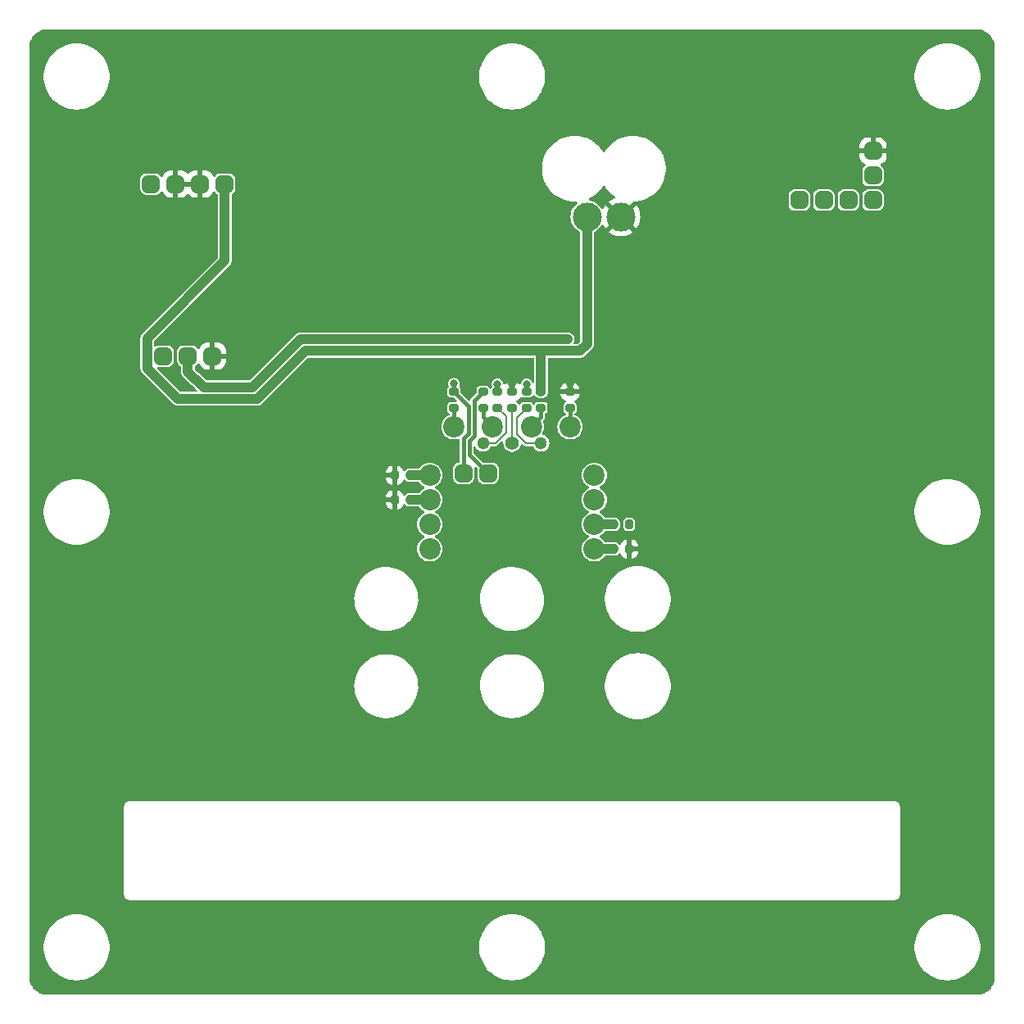
<source format=gbr>
%TF.GenerationSoftware,KiCad,Pcbnew,7.0.2-6a45011f42~172~ubuntu22.04.1*%
%TF.CreationDate,2023-05-30T13:32:28+12:00*%
%TF.ProjectId,THE_BRAWN-20A_POWER_FIXTURE,5448455f-4252-4415-974e-2d3230415f50,v1.0*%
%TF.SameCoordinates,Original*%
%TF.FileFunction,Copper,L2,Bot*%
%TF.FilePolarity,Positive*%
%FSLAX46Y46*%
G04 Gerber Fmt 4.6, Leading zero omitted, Abs format (unit mm)*
G04 Created by KiCad (PCBNEW 7.0.2-6a45011f42~172~ubuntu22.04.1) date 2023-05-30 13:32:28*
%MOMM*%
%LPD*%
G01*
G04 APERTURE LIST*
G04 Aperture macros list*
%AMRoundRect*
0 Rectangle with rounded corners*
0 $1 Rounding radius*
0 $2 $3 $4 $5 $6 $7 $8 $9 X,Y pos of 4 corners*
0 Add a 4 corners polygon primitive as box body*
4,1,4,$2,$3,$4,$5,$6,$7,$8,$9,$2,$3,0*
0 Add four circle primitives for the rounded corners*
1,1,$1+$1,$2,$3*
1,1,$1+$1,$4,$5*
1,1,$1+$1,$6,$7*
1,1,$1+$1,$8,$9*
0 Add four rect primitives between the rounded corners*
20,1,$1+$1,$2,$3,$4,$5,0*
20,1,$1+$1,$4,$5,$6,$7,0*
20,1,$1+$1,$6,$7,$8,$9,0*
20,1,$1+$1,$8,$9,$2,$3,0*%
G04 Aperture macros list end*
%TA.AperFunction,ComponentPad*%
%ADD10C,1.300000*%
%TD*%
%TA.AperFunction,ComponentPad*%
%ADD11C,2.200000*%
%TD*%
%TA.AperFunction,ComponentPad*%
%ADD12C,1.400000*%
%TD*%
%TA.AperFunction,ComponentPad*%
%ADD13RoundRect,0.450000X0.450000X-0.450000X0.450000X0.450000X-0.450000X0.450000X-0.450000X-0.450000X0*%
%TD*%
%TA.AperFunction,ComponentPad*%
%ADD14C,3.000000*%
%TD*%
%TA.AperFunction,SMDPad,CuDef*%
%ADD15RoundRect,0.200000X0.275000X-0.200000X0.275000X0.200000X-0.275000X0.200000X-0.275000X-0.200000X0*%
%TD*%
%TA.AperFunction,SMDPad,CuDef*%
%ADD16RoundRect,0.200000X-0.200000X-0.275000X0.200000X-0.275000X0.200000X0.275000X-0.200000X0.275000X0*%
%TD*%
%TA.AperFunction,ComponentPad*%
%ADD17RoundRect,0.450000X0.450000X0.450000X-0.450000X0.450000X-0.450000X-0.450000X0.450000X-0.450000X0*%
%TD*%
%TA.AperFunction,ViaPad*%
%ADD18C,0.800000*%
%TD*%
%TA.AperFunction,Conductor*%
%ADD19C,1.000000*%
%TD*%
%TA.AperFunction,Conductor*%
%ADD20C,0.400000*%
%TD*%
%TA.AperFunction,Conductor*%
%ADD21C,0.200000*%
%TD*%
G04 APERTURE END LIST*
D10*
%TO.P,TP13,1,1*%
%TO.N,Net-(R11-Pad1)*%
X223000000Y-132900000D03*
%TD*%
%TO.P,TP5,1,1*%
%TO.N,Net-(R3-Pad1)*%
X217000000Y-132900000D03*
%TD*%
D11*
%TO.P,TP6,1,1*%
%TO.N,Net-(R4-Pad1)*%
X214000000Y-131200000D03*
%TD*%
%TO.P,TP7,1,1*%
%TO.N,Net-(R7-Pad1)*%
X218000000Y-131200000D03*
%TD*%
%TO.P,TP11,1,1*%
%TO.N,Net-(R9-Pad1)*%
X222000000Y-131200000D03*
%TD*%
%TO.P,TP12,1,1*%
%TO.N,Net-(R10-Pad1)*%
X226000000Y-131200000D03*
%TD*%
D12*
%TO.P,TP10,1,1*%
%TO.N,Net-(R8-Pad1)*%
X220000000Y-132900000D03*
%TD*%
D13*
%TO.P,J5,1,1*%
%TO.N,/MOTOR_1+*%
X215000000Y-136000000D03*
%TO.P,J5,2,2*%
%TO.N,/MOTOR_1-*%
X217540000Y-136000000D03*
%TD*%
D11*
%TO.P,TP21,1,1*%
%TO.N,Net-(R15-Pad1)*%
X228500000Y-143820000D03*
%TD*%
%TO.P,TP1,1,1*%
%TO.N,Net-(R1-Pad2)*%
X211500000Y-136200000D03*
%TD*%
%TO.P,TP19,1,1*%
%TO.N,/B_FET_N2_HS*%
X228500000Y-138740000D03*
%TD*%
%TO.P,TP18,1,1*%
%TO.N,/B_FET_N1_HS*%
X228500000Y-136200000D03*
%TD*%
%TO.P,TP2,1,1*%
%TO.N,Net-(R2-Pad2)*%
X211500000Y-138740000D03*
%TD*%
%TO.P,TP20,1,1*%
%TO.N,Net-(R14-Pad1)*%
X228500000Y-141280000D03*
%TD*%
%TO.P,TP3,1,1*%
%TO.N,/A_FET_N2*%
X211500000Y-141280000D03*
%TD*%
D14*
%TO.P,TP17,1,1*%
%TO.N,/GND*%
X231250000Y-109500000D03*
%TD*%
%TO.P,TP16,1,1*%
%TO.N,/BATT+*%
X227750000Y-109500000D03*
%TD*%
D11*
%TO.P,TP4,1,1*%
%TO.N,/A_FET_N1*%
X211500000Y-143820000D03*
%TD*%
D15*
%TO.P,R8,2*%
%TO.N,/GND*%
X220000000Y-127575000D03*
%TO.P,R8,1*%
%TO.N,Net-(R8-Pad1)*%
X220000000Y-129225000D03*
%TD*%
%TO.P,R3,2*%
%TO.N,/SIGNAL1*%
X218500000Y-127575000D03*
%TO.P,R3,1*%
%TO.N,Net-(R3-Pad1)*%
X218500000Y-129225000D03*
%TD*%
D13*
%TO.P,J3,1,1*%
%TO.N,/BATT+*%
X190310000Y-106110000D03*
%TO.P,J3,2,2*%
%TO.N,/GND*%
X187770000Y-106110000D03*
%TO.P,J3,3,3*%
X185230000Y-106110000D03*
%TO.P,J3,4,4*%
%TO.N,/SERVO*%
X182690000Y-106110000D03*
%TD*%
D16*
%TO.P,R14,1*%
%TO.N,Net-(R14-Pad1)*%
X230475000Y-141280000D03*
%TO.P,R14,2*%
%TO.N,/VCC*%
X232125000Y-141280000D03*
%TD*%
%TO.P,R1,1*%
%TO.N,/GND*%
X207875000Y-136200000D03*
%TO.P,R1,2*%
%TO.N,Net-(R1-Pad2)*%
X209525000Y-136200000D03*
%TD*%
D15*
%TO.P,R10,1*%
%TO.N,Net-(R10-Pad1)*%
X226000000Y-129225000D03*
%TO.P,R10,2*%
%TO.N,/GND*%
X226000000Y-127575000D03*
%TD*%
D13*
%TO.P,J2,1,1*%
%TO.N,unconnected-(J2-Pad1)*%
X254770000Y-107769500D03*
%TO.P,J2,2,2*%
%TO.N,/INVERT*%
X252230000Y-107769500D03*
%TO.P,J2,3,3*%
%TO.N,unconnected-(J2-Pad3)*%
X249690000Y-107769500D03*
%TD*%
D15*
%TO.P,R11,2*%
%TO.N,/INVERT*%
X221500000Y-127575000D03*
%TO.P,R11,1*%
%TO.N,Net-(R11-Pad1)*%
X221500000Y-129225000D03*
%TD*%
%TO.P,R4,1*%
%TO.N,Net-(R4-Pad1)*%
X214000000Y-129225000D03*
%TO.P,R4,2*%
%TO.N,/MOTOR_1+*%
X214000000Y-127575000D03*
%TD*%
D16*
%TO.P,R15,1*%
%TO.N,Net-(R15-Pad1)*%
X230475000Y-143820000D03*
%TO.P,R15,2*%
%TO.N,/GND*%
X232125000Y-143820000D03*
%TD*%
D15*
%TO.P,R7,2*%
%TO.N,/MOTOR_1-*%
X217000000Y-127575000D03*
%TO.P,R7,1*%
%TO.N,Net-(R7-Pad1)*%
X217000000Y-129225000D03*
%TD*%
D17*
%TO.P,J1,1,1*%
%TO.N,/GND*%
X257310000Y-102689500D03*
%TO.P,J1,2,2*%
%TO.N,/5V0*%
X257310000Y-105229500D03*
%TO.P,J1,3,3*%
%TO.N,/SIGNAL1*%
X257310000Y-107769500D03*
%TD*%
D15*
%TO.P,R9,2*%
%TO.N,/BATT+*%
X223000000Y-127575000D03*
%TO.P,R9,1*%
%TO.N,Net-(R9-Pad1)*%
X223000000Y-129225000D03*
%TD*%
D16*
%TO.P,R2,1*%
%TO.N,/GND*%
X207875000Y-138740000D03*
%TO.P,R2,2*%
%TO.N,Net-(R2-Pad2)*%
X209525000Y-138740000D03*
%TD*%
D13*
%TO.P,J4,1,1*%
%TO.N,/GND*%
X189040000Y-123890000D03*
%TO.P,J4,2,2*%
%TO.N,/5V0*%
X186500000Y-123890000D03*
%TO.P,J4,3,3*%
%TO.N,/SERVO_OUT*%
X183960000Y-123890000D03*
%TD*%
D18*
%TO.N,/GND*%
X218065247Y-138614866D03*
X224415247Y-138614866D03*
X237115247Y-106864866D03*
%TO.N,/BATT+*%
X223000000Y-126875000D03*
%TO.N,/SIGNAL1*%
X218500000Y-126825000D03*
%TO.N,/GND*%
X211715247Y-125914866D03*
X224415247Y-157664866D03*
X186315247Y-151314866D03*
X179965247Y-94164866D03*
X186315247Y-164014866D03*
X256165247Y-144964866D03*
X211715247Y-183064866D03*
X186315247Y-113214866D03*
X205365247Y-144964866D03*
X192665247Y-125914866D03*
X237115247Y-183064866D03*
X192665247Y-100514866D03*
X249815247Y-94164866D03*
X205365247Y-100514866D03*
X179965247Y-164014866D03*
X179965247Y-100514866D03*
X179965247Y-125914866D03*
X173615247Y-132264866D03*
X205365247Y-164014866D03*
X226000000Y-126825000D03*
X173615247Y-106864866D03*
X211715247Y-119564866D03*
X199015247Y-164014866D03*
X230765247Y-164014866D03*
X173615247Y-164014866D03*
X199015247Y-100514866D03*
X205365247Y-183064866D03*
X173615247Y-113214866D03*
X262515247Y-144964866D03*
X211715247Y-164014866D03*
X173615247Y-100514866D03*
X199015247Y-113214866D03*
X173615247Y-170364866D03*
X230765247Y-144964866D03*
X230765247Y-94164866D03*
X186315247Y-119564866D03*
X186315247Y-100514866D03*
X262515247Y-157664866D03*
X262515247Y-176714866D03*
X205365247Y-113214866D03*
X243465247Y-132264866D03*
X186315247Y-138614866D03*
X205365247Y-125914866D03*
X230765247Y-113214866D03*
X186315247Y-144964866D03*
X243465247Y-100514866D03*
X218065247Y-164014866D03*
X249815247Y-151314866D03*
X218065247Y-106864866D03*
X199015247Y-183064866D03*
X224415247Y-183064866D03*
X243465247Y-138614866D03*
X237115247Y-113214866D03*
X179965247Y-138614866D03*
X218065247Y-144964866D03*
X186315247Y-100514866D03*
X211715247Y-151314866D03*
X205365247Y-106864866D03*
X199015247Y-151314866D03*
X211715247Y-106864866D03*
X205365247Y-94164866D03*
X224415247Y-144964866D03*
X243465247Y-157664866D03*
X192665247Y-113214866D03*
X243465247Y-151314866D03*
X237115247Y-164014866D03*
X262515247Y-132264866D03*
X243375000Y-106875000D03*
X256165247Y-100514866D03*
X230765247Y-138614866D03*
X192665247Y-151314866D03*
X205365247Y-119564866D03*
X192665247Y-132264866D03*
X262515247Y-170364866D03*
X237115247Y-138614866D03*
X230765247Y-183064866D03*
X192665247Y-183064866D03*
X249815247Y-132264866D03*
X237115247Y-151314866D03*
X249815247Y-164014866D03*
X218122904Y-125622904D03*
X211715247Y-100514866D03*
X262515247Y-151314866D03*
X262515247Y-113214866D03*
X199015247Y-138614866D03*
X192665247Y-138614866D03*
X243465247Y-183064866D03*
X243465247Y-119564866D03*
X243465247Y-164014866D03*
X199015247Y-106864866D03*
X192665247Y-144964866D03*
X186315247Y-157664866D03*
X230765247Y-100514866D03*
X179965247Y-151314866D03*
X230765247Y-125914866D03*
X262515247Y-164014866D03*
X224415247Y-113214866D03*
X179965247Y-119564866D03*
X192665247Y-119564866D03*
X262515247Y-125914866D03*
X173615247Y-144964866D03*
X237115247Y-132264866D03*
X186315247Y-132264866D03*
X218065247Y-113214866D03*
X179965247Y-132264866D03*
X192665247Y-94164866D03*
X237115247Y-119564866D03*
X218065247Y-100514866D03*
X256165247Y-119564866D03*
X256165247Y-151314866D03*
X211715247Y-113214866D03*
X224584901Y-132286490D03*
X249815247Y-144964866D03*
X224415247Y-151314866D03*
X192665247Y-164014866D03*
X173615247Y-151314866D03*
X224415247Y-164014866D03*
X249815247Y-138614866D03*
X230765247Y-119564866D03*
X205365247Y-132264866D03*
X237115247Y-144964866D03*
X199015247Y-157664866D03*
X243465247Y-113214866D03*
X249815247Y-100514866D03*
X173615247Y-119564866D03*
X186315247Y-183064866D03*
X249815247Y-125914866D03*
X256165247Y-157664866D03*
X179965247Y-113214866D03*
X256165247Y-183064866D03*
X199015247Y-132264866D03*
X173615247Y-125914866D03*
X256165247Y-138614866D03*
X256165247Y-132264866D03*
X199015247Y-94164866D03*
X211715247Y-157664866D03*
X173615247Y-176714866D03*
X220000000Y-126825000D03*
X179965247Y-157664866D03*
X186315247Y-94164866D03*
X186315247Y-113214866D03*
X179965247Y-183064866D03*
X262515247Y-100514866D03*
X186315247Y-119564866D03*
X224415247Y-125914866D03*
X237115247Y-100514866D03*
X192665247Y-157664866D03*
X199015247Y-119564866D03*
X262515247Y-119564866D03*
X218065247Y-119564866D03*
X256165247Y-113214866D03*
X211715247Y-132264866D03*
X237115247Y-94164866D03*
X256165247Y-164014866D03*
X199015247Y-144964866D03*
X205365247Y-138614866D03*
X243465247Y-94164866D03*
X249815247Y-157664866D03*
X256165247Y-125914866D03*
X192665247Y-106864866D03*
X262515247Y-106864866D03*
X243465247Y-144964866D03*
X224415247Y-100514866D03*
X179965247Y-106864866D03*
X230765247Y-132264866D03*
X237115247Y-157664866D03*
X199015247Y-125914866D03*
X211715247Y-94164866D03*
X249815247Y-119564866D03*
X249815247Y-183064866D03*
X179965247Y-144964866D03*
X173615247Y-157664866D03*
X249815247Y-113214866D03*
X256165247Y-94164866D03*
X237115247Y-125914866D03*
X243465247Y-125914866D03*
X224415247Y-119564866D03*
%TO.N,/INVERT*%
X221500000Y-126825000D03*
%TO.N,/MOTOR_1+*%
X214000000Y-126750000D03*
%TO.N,/5V0*%
X225750000Y-122150000D03*
%TD*%
D19*
%TO.N,/BATT+*%
X223000000Y-127575000D02*
X223000000Y-123350000D01*
X223000000Y-123350000D02*
X222000000Y-123350000D01*
D20*
%TO.N,/MOTOR_1-*%
X217540000Y-136000000D02*
X217500000Y-136000000D01*
X215600000Y-134100000D02*
X215600000Y-132609188D01*
X217500000Y-136000000D02*
X215600000Y-134100000D01*
X215600000Y-132609188D02*
X216100000Y-132109188D01*
X216100000Y-132109188D02*
X216100000Y-128475000D01*
X216100000Y-128475000D02*
X217000000Y-127575000D01*
%TO.N,/MOTOR_1+*%
X215000000Y-136000000D02*
X215000000Y-132360660D01*
X215000000Y-132360660D02*
X215500000Y-131860660D01*
X215500000Y-131860660D02*
X215500000Y-129075000D01*
X215500000Y-129075000D02*
X214000000Y-127575000D01*
%TO.N,Net-(R9-Pad1)*%
X223000000Y-129225000D02*
X223000000Y-130200000D01*
X223000000Y-130200000D02*
X222000000Y-131200000D01*
%TO.N,Net-(R7-Pad1)*%
X217000000Y-129225000D02*
X217000000Y-130200000D01*
X217000000Y-130200000D02*
X218000000Y-131200000D01*
D21*
%TO.N,Net-(R3-Pad1)*%
X217000000Y-132900000D02*
X218279899Y-132900000D01*
X218279899Y-132900000D02*
X219400000Y-131779899D01*
X219400000Y-131779899D02*
X219400000Y-130125000D01*
X219400000Y-130125000D02*
X218500000Y-129225000D01*
%TO.N,Net-(R11-Pad1)*%
X223000000Y-132900000D02*
X221414214Y-132900000D01*
X221414214Y-132900000D02*
X220500000Y-131985786D01*
X220500000Y-130225000D02*
X221500000Y-129225000D01*
X220500000Y-131985786D02*
X220500000Y-130225000D01*
D19*
%TO.N,/BATT+*%
X182300000Y-125150000D02*
X182300000Y-122024478D01*
D20*
X222950000Y-126925000D02*
X222950000Y-127650000D01*
D19*
X198647056Y-123350000D02*
X193697056Y-128300000D01*
D20*
X222950000Y-126825000D02*
X223000000Y-126875000D01*
D19*
X227050000Y-123350000D02*
X222000000Y-123350000D01*
D20*
X222950000Y-126800000D02*
X222950000Y-126825000D01*
D19*
X182300000Y-122024478D02*
X190310000Y-114014478D01*
X227750000Y-122650000D02*
X227050000Y-123350000D01*
X227750000Y-109500000D02*
X227750000Y-122650000D01*
X193697056Y-128300000D02*
X185450000Y-128300000D01*
X223000000Y-126875000D02*
X223000000Y-126775000D01*
D20*
X223000000Y-126875000D02*
X222950000Y-126925000D01*
D19*
X190310000Y-114014478D02*
X190310000Y-106110000D01*
X222000000Y-123350000D02*
X198647056Y-123350000D01*
X223000000Y-126875000D02*
X223000000Y-127575000D01*
X185450000Y-128300000D02*
X182300000Y-125150000D01*
%TO.N,Net-(R1-Pad2)*%
X211500000Y-136200000D02*
X209525000Y-136200000D01*
%TO.N,Net-(R2-Pad2)*%
X209525000Y-138740000D02*
X211500000Y-138740000D01*
D20*
%TO.N,/SIGNAL1*%
X218500000Y-126825000D02*
X218500000Y-127650000D01*
%TO.N,/GND*%
X220000000Y-126825000D02*
X220000000Y-127650000D01*
D21*
X237125381Y-100525000D02*
X237115247Y-100514866D01*
D20*
X226000000Y-126825000D02*
X226000000Y-127650000D01*
%TO.N,/INVERT*%
X221500000Y-126825000D02*
X221500000Y-127650000D01*
X252200000Y-107799500D02*
X252230000Y-107769500D01*
%TO.N,unconnected-(J2-Pad1)*%
X254800000Y-107799500D02*
X254770000Y-107769500D01*
%TO.N,/MOTOR_1+*%
X214000000Y-126750000D02*
X214000000Y-127575000D01*
D19*
%TO.N,Net-(R14-Pad1)*%
X230475000Y-141280000D02*
X228500000Y-141280000D01*
%TO.N,Net-(R15-Pad1)*%
X230475000Y-143820000D02*
X228500000Y-143820000D01*
D21*
%TO.N,Net-(R8-Pad1)*%
X220000000Y-132900000D02*
X220000000Y-129625000D01*
D20*
%TO.N,Net-(R10-Pad1)*%
X226000000Y-129625000D02*
X226000000Y-131200000D01*
%TO.N,Net-(R4-Pad1)*%
X214000000Y-129625000D02*
X214000000Y-131200000D01*
D19*
%TO.N,/5V0*%
X188140000Y-127100000D02*
X193190000Y-127100000D01*
X186490000Y-123890000D02*
X186490000Y-125500000D01*
X186490000Y-125500000D02*
X187240000Y-126250000D01*
X187290000Y-126250000D02*
X188140000Y-127100000D01*
X193190000Y-127100000D02*
X198140000Y-122150000D01*
X198140000Y-122150000D02*
X225750000Y-122150000D01*
%TD*%
%TA.AperFunction,Conductor*%
%TO.N,/GND*%
G36*
X229579662Y-106281555D02*
G01*
X229607963Y-106314216D01*
X229681310Y-106436119D01*
X229904462Y-106729670D01*
X229906813Y-106732152D01*
X229906814Y-106732153D01*
X230155698Y-106994897D01*
X230155703Y-106994902D01*
X230158044Y-106997373D01*
X230439083Y-107236090D01*
X230637849Y-107370857D01*
X230683007Y-107425641D01*
X230691377Y-107496143D01*
X230660303Y-107559978D01*
X230601135Y-107596473D01*
X230580139Y-107602355D01*
X230572039Y-107605235D01*
X230327981Y-107711245D01*
X230320352Y-107715197D01*
X230092997Y-107853454D01*
X230085983Y-107858405D01*
X230020715Y-107911504D01*
X230020714Y-107911505D01*
X230928201Y-108818992D01*
X230911109Y-108825213D01*
X230764627Y-108921555D01*
X230644312Y-109049082D01*
X230569482Y-109178691D01*
X229660541Y-108269750D01*
X229532796Y-108450724D01*
X229528339Y-108458056D01*
X229437317Y-108633719D01*
X229388218Y-108685000D01*
X229319188Y-108701595D01*
X229252144Y-108678235D01*
X229216325Y-108638749D01*
X229158962Y-108539393D01*
X229158961Y-108539392D01*
X229158959Y-108539388D01*
X229000050Y-108340123D01*
X228813217Y-108166768D01*
X228813214Y-108166766D01*
X228813212Y-108166764D01*
X228602634Y-108023195D01*
X228373004Y-107912610D01*
X228129461Y-107837488D01*
X228129458Y-107837487D01*
X228026240Y-107821929D01*
X227961864Y-107791998D01*
X227923887Y-107732012D01*
X227924370Y-107661017D01*
X227963159Y-107601553D01*
X227985996Y-107586018D01*
X228255716Y-107443022D01*
X228560917Y-107236090D01*
X228841956Y-106997373D01*
X229095538Y-106729670D01*
X229318690Y-106436119D01*
X229392036Y-106314215D01*
X229444293Y-106266159D01*
X229514238Y-106253983D01*
X229579662Y-106281555D01*
G37*
%TD.AperFunction*%
%TA.AperFunction,Conductor*%
G36*
X187310507Y-105900156D02*
G01*
X187270000Y-106038111D01*
X187270000Y-106181889D01*
X187310507Y-106319844D01*
X187338884Y-106364000D01*
X185661116Y-106364000D01*
X185689493Y-106319844D01*
X185730000Y-106181889D01*
X185730000Y-106038111D01*
X185689493Y-105900156D01*
X185661116Y-105856000D01*
X187338884Y-105856000D01*
X187310507Y-105900156D01*
G37*
%TD.AperFunction*%
%TA.AperFunction,Conductor*%
G36*
X268004119Y-90100770D02*
G01*
X268016905Y-90101608D01*
X268239699Y-90116210D01*
X268256022Y-90118358D01*
X268483539Y-90163615D01*
X268499442Y-90167876D01*
X268719095Y-90242439D01*
X268734302Y-90248738D01*
X268942351Y-90351336D01*
X268956608Y-90359567D01*
X269149478Y-90488438D01*
X269162543Y-90498463D01*
X269336946Y-90651411D01*
X269348588Y-90663053D01*
X269501532Y-90837451D01*
X269511565Y-90850527D01*
X269640427Y-91043383D01*
X269648668Y-91057657D01*
X269751257Y-91265687D01*
X269757564Y-91280914D01*
X269832120Y-91500549D01*
X269836386Y-91516468D01*
X269881639Y-91743967D01*
X269883790Y-91760308D01*
X269899230Y-91995880D01*
X269899500Y-92004121D01*
X269899500Y-187995878D01*
X269899230Y-188004119D01*
X269883790Y-188239691D01*
X269881639Y-188256032D01*
X269836386Y-188483531D01*
X269832120Y-188499450D01*
X269757564Y-188719085D01*
X269751257Y-188734312D01*
X269648668Y-188942342D01*
X269640427Y-188956616D01*
X269511565Y-189149472D01*
X269501532Y-189162548D01*
X269348594Y-189336940D01*
X269336940Y-189348594D01*
X269162548Y-189501532D01*
X269149472Y-189511565D01*
X268956616Y-189640427D01*
X268942342Y-189648668D01*
X268734312Y-189751257D01*
X268719085Y-189757564D01*
X268499450Y-189832120D01*
X268483531Y-189836386D01*
X268256032Y-189881639D01*
X268239691Y-189883790D01*
X268004120Y-189899230D01*
X267995879Y-189899500D01*
X172004121Y-189899500D01*
X171995880Y-189899230D01*
X171760308Y-189883790D01*
X171743967Y-189881639D01*
X171516468Y-189836386D01*
X171500549Y-189832120D01*
X171280914Y-189757564D01*
X171265687Y-189751257D01*
X171263643Y-189750249D01*
X171057653Y-189648666D01*
X171043387Y-189640429D01*
X170850524Y-189511562D01*
X170837451Y-189501532D01*
X170707911Y-189387928D01*
X170663053Y-189348588D01*
X170651411Y-189336946D01*
X170498463Y-189162543D01*
X170488438Y-189149478D01*
X170359567Y-188956608D01*
X170351336Y-188942351D01*
X170248738Y-188734302D01*
X170242439Y-188719095D01*
X170167876Y-188499442D01*
X170163615Y-188483539D01*
X170118358Y-188256022D01*
X170116210Y-188239701D01*
X170100768Y-188004089D01*
X170100500Y-187995902D01*
X170100500Y-187973071D01*
X170100500Y-185184370D01*
X171599500Y-185184370D01*
X171599868Y-185187757D01*
X171599869Y-185187768D01*
X171638092Y-185539220D01*
X171639368Y-185550948D01*
X171640100Y-185554275D01*
X171640101Y-185554279D01*
X171717901Y-185907730D01*
X171717904Y-185907741D01*
X171718636Y-185911066D01*
X171836375Y-186260503D01*
X171991205Y-186595162D01*
X172181310Y-186911119D01*
X172404462Y-187204670D01*
X172406813Y-187207152D01*
X172406814Y-187207153D01*
X172655698Y-187469897D01*
X172655703Y-187469902D01*
X172658044Y-187472373D01*
X172939083Y-187711090D01*
X173244284Y-187918022D01*
X173570070Y-188090743D01*
X173912621Y-188227227D01*
X174267919Y-188325875D01*
X174631801Y-188385531D01*
X174907890Y-188400500D01*
X174909610Y-188400500D01*
X175090390Y-188400500D01*
X175092110Y-188400500D01*
X175368199Y-188385531D01*
X175732081Y-188325875D01*
X176087379Y-188227227D01*
X176429930Y-188090743D01*
X176755716Y-187918022D01*
X177060917Y-187711090D01*
X177341956Y-187472373D01*
X177595538Y-187204670D01*
X177818690Y-186911119D01*
X178008795Y-186595162D01*
X178163625Y-186260503D01*
X178281364Y-185911066D01*
X178360632Y-185550948D01*
X178400500Y-185184370D01*
X216599500Y-185184370D01*
X216599868Y-185187757D01*
X216599869Y-185187768D01*
X216638092Y-185539220D01*
X216639368Y-185550948D01*
X216640100Y-185554275D01*
X216640101Y-185554279D01*
X216717901Y-185907730D01*
X216717904Y-185907741D01*
X216718636Y-185911066D01*
X216836375Y-186260503D01*
X216991205Y-186595162D01*
X217181310Y-186911119D01*
X217404462Y-187204670D01*
X217406813Y-187207152D01*
X217406814Y-187207153D01*
X217655698Y-187469897D01*
X217655703Y-187469902D01*
X217658044Y-187472373D01*
X217939083Y-187711090D01*
X218244284Y-187918022D01*
X218570070Y-188090743D01*
X218912621Y-188227227D01*
X219267919Y-188325875D01*
X219631801Y-188385531D01*
X219907890Y-188400500D01*
X219909610Y-188400500D01*
X220090390Y-188400500D01*
X220092110Y-188400500D01*
X220368199Y-188385531D01*
X220732081Y-188325875D01*
X221087379Y-188227227D01*
X221429930Y-188090743D01*
X221755716Y-187918022D01*
X222060917Y-187711090D01*
X222341956Y-187472373D01*
X222595538Y-187204670D01*
X222818690Y-186911119D01*
X223008795Y-186595162D01*
X223163625Y-186260503D01*
X223281364Y-185911066D01*
X223360632Y-185550948D01*
X223400500Y-185184370D01*
X261599500Y-185184370D01*
X261599868Y-185187757D01*
X261599869Y-185187768D01*
X261638092Y-185539220D01*
X261639368Y-185550948D01*
X261640100Y-185554275D01*
X261640101Y-185554279D01*
X261717901Y-185907730D01*
X261717904Y-185907741D01*
X261718636Y-185911066D01*
X261836375Y-186260503D01*
X261991205Y-186595162D01*
X262181310Y-186911119D01*
X262404462Y-187204670D01*
X262406813Y-187207152D01*
X262406814Y-187207153D01*
X262655698Y-187469897D01*
X262655703Y-187469902D01*
X262658044Y-187472373D01*
X262939083Y-187711090D01*
X263244284Y-187918022D01*
X263570070Y-188090743D01*
X263912621Y-188227227D01*
X264267919Y-188325875D01*
X264631801Y-188385531D01*
X264907890Y-188400500D01*
X264909610Y-188400500D01*
X265090390Y-188400500D01*
X265092110Y-188400500D01*
X265368199Y-188385531D01*
X265732081Y-188325875D01*
X266087379Y-188227227D01*
X266429930Y-188090743D01*
X266755716Y-187918022D01*
X267060917Y-187711090D01*
X267341956Y-187472373D01*
X267595538Y-187204670D01*
X267818690Y-186911119D01*
X268008795Y-186595162D01*
X268163625Y-186260503D01*
X268281364Y-185911066D01*
X268360632Y-185550948D01*
X268400500Y-185184370D01*
X268400500Y-184815630D01*
X268360632Y-184449052D01*
X268281364Y-184088934D01*
X268163625Y-183739497D01*
X268008795Y-183404838D01*
X267818690Y-183088881D01*
X267595538Y-182795330D01*
X267581231Y-182780227D01*
X267344301Y-182530102D01*
X267344295Y-182530096D01*
X267341956Y-182527627D01*
X267060917Y-182288910D01*
X267004169Y-182250434D01*
X266758538Y-182083891D01*
X266758533Y-182083888D01*
X266755716Y-182081978D01*
X266715275Y-182060537D01*
X266432941Y-181910853D01*
X266432936Y-181910850D01*
X266429930Y-181909257D01*
X266426763Y-181907995D01*
X266090548Y-181774035D01*
X266090537Y-181774031D01*
X266087379Y-181772773D01*
X266084098Y-181771862D01*
X266084092Y-181771860D01*
X265735375Y-181675039D01*
X265735365Y-181675036D01*
X265732081Y-181674125D01*
X265728722Y-181673574D01*
X265728707Y-181673571D01*
X265371576Y-181615022D01*
X265371564Y-181615020D01*
X265368199Y-181614469D01*
X265364789Y-181614284D01*
X265364779Y-181614283D01*
X265093831Y-181599593D01*
X265093819Y-181599592D01*
X265092110Y-181599500D01*
X264907890Y-181599500D01*
X264906181Y-181599592D01*
X264906168Y-181599593D01*
X264635220Y-181614283D01*
X264635208Y-181614284D01*
X264631801Y-181614469D01*
X264628437Y-181615020D01*
X264628423Y-181615022D01*
X264271292Y-181673571D01*
X264271273Y-181673574D01*
X264267919Y-181674125D01*
X264264638Y-181675035D01*
X264264624Y-181675039D01*
X263915907Y-181771860D01*
X263915896Y-181771863D01*
X263912621Y-181772773D01*
X263909467Y-181774029D01*
X263909451Y-181774035D01*
X263573236Y-181907995D01*
X263573227Y-181907999D01*
X263570070Y-181909257D01*
X263567070Y-181910847D01*
X263567058Y-181910853D01*
X263247301Y-182080378D01*
X263247294Y-182080382D01*
X263244284Y-182081978D01*
X263241474Y-182083882D01*
X263241461Y-182083891D01*
X262941908Y-182286994D01*
X262941900Y-182286999D01*
X262939083Y-182288910D01*
X262936483Y-182291118D01*
X262936477Y-182291123D01*
X262660640Y-182525421D01*
X262660630Y-182525430D01*
X262658044Y-182527627D01*
X262655713Y-182530087D01*
X262655698Y-182530102D01*
X262406814Y-182792846D01*
X262406805Y-182792855D01*
X262404462Y-182795330D01*
X262402395Y-182798048D01*
X262402395Y-182798049D01*
X262183380Y-183086157D01*
X262183373Y-183086165D01*
X262181310Y-183088881D01*
X262179552Y-183091801D01*
X262179545Y-183091813D01*
X261992966Y-183401911D01*
X261991205Y-183404838D01*
X261989775Y-183407928D01*
X261989768Y-183407942D01*
X261837808Y-183736398D01*
X261837803Y-183736409D01*
X261836375Y-183739497D01*
X261835289Y-183742719D01*
X261835285Y-183742730D01*
X261719726Y-184085697D01*
X261719722Y-184085708D01*
X261718636Y-184088934D01*
X261717905Y-184092253D01*
X261717901Y-184092269D01*
X261640101Y-184445720D01*
X261639368Y-184449052D01*
X261638999Y-184452442D01*
X261638999Y-184452444D01*
X261599869Y-184812231D01*
X261599868Y-184812243D01*
X261599500Y-184815630D01*
X261599500Y-185184370D01*
X223400500Y-185184370D01*
X223400500Y-184815630D01*
X223360632Y-184449052D01*
X223281364Y-184088934D01*
X223163625Y-183739497D01*
X223008795Y-183404838D01*
X222818690Y-183088881D01*
X222595538Y-182795330D01*
X222581231Y-182780227D01*
X222344301Y-182530102D01*
X222344295Y-182530096D01*
X222341956Y-182527627D01*
X222060917Y-182288910D01*
X222004169Y-182250434D01*
X221758538Y-182083891D01*
X221758533Y-182083888D01*
X221755716Y-182081978D01*
X221715275Y-182060537D01*
X221432941Y-181910853D01*
X221432936Y-181910850D01*
X221429930Y-181909257D01*
X221426763Y-181907995D01*
X221090548Y-181774035D01*
X221090537Y-181774031D01*
X221087379Y-181772773D01*
X221084098Y-181771862D01*
X221084092Y-181771860D01*
X220735375Y-181675039D01*
X220735365Y-181675036D01*
X220732081Y-181674125D01*
X220728722Y-181673574D01*
X220728707Y-181673571D01*
X220371576Y-181615022D01*
X220371564Y-181615020D01*
X220368199Y-181614469D01*
X220364789Y-181614284D01*
X220364779Y-181614283D01*
X220093831Y-181599593D01*
X220093819Y-181599592D01*
X220092110Y-181599500D01*
X219907890Y-181599500D01*
X219906181Y-181599592D01*
X219906168Y-181599593D01*
X219635220Y-181614283D01*
X219635208Y-181614284D01*
X219631801Y-181614469D01*
X219628437Y-181615020D01*
X219628423Y-181615022D01*
X219271292Y-181673571D01*
X219271273Y-181673574D01*
X219267919Y-181674125D01*
X219264638Y-181675035D01*
X219264624Y-181675039D01*
X218915907Y-181771860D01*
X218915896Y-181771863D01*
X218912621Y-181772773D01*
X218909467Y-181774029D01*
X218909451Y-181774035D01*
X218573236Y-181907995D01*
X218573227Y-181907999D01*
X218570070Y-181909257D01*
X218567070Y-181910847D01*
X218567058Y-181910853D01*
X218247301Y-182080378D01*
X218247294Y-182080382D01*
X218244284Y-182081978D01*
X218241474Y-182083882D01*
X218241461Y-182083891D01*
X217941908Y-182286994D01*
X217941900Y-182286999D01*
X217939083Y-182288910D01*
X217936483Y-182291118D01*
X217936477Y-182291123D01*
X217660640Y-182525421D01*
X217660630Y-182525430D01*
X217658044Y-182527627D01*
X217655713Y-182530087D01*
X217655698Y-182530102D01*
X217406814Y-182792846D01*
X217406805Y-182792855D01*
X217404462Y-182795330D01*
X217402395Y-182798048D01*
X217402395Y-182798049D01*
X217183380Y-183086157D01*
X217183373Y-183086165D01*
X217181310Y-183088881D01*
X217179552Y-183091801D01*
X217179545Y-183091813D01*
X216992966Y-183401911D01*
X216991205Y-183404838D01*
X216989775Y-183407928D01*
X216989768Y-183407942D01*
X216837808Y-183736398D01*
X216837803Y-183736409D01*
X216836375Y-183739497D01*
X216835289Y-183742719D01*
X216835285Y-183742730D01*
X216719726Y-184085697D01*
X216719722Y-184085708D01*
X216718636Y-184088934D01*
X216717905Y-184092253D01*
X216717901Y-184092269D01*
X216640101Y-184445720D01*
X216639368Y-184449052D01*
X216638999Y-184452442D01*
X216638999Y-184452444D01*
X216599869Y-184812231D01*
X216599868Y-184812243D01*
X216599500Y-184815630D01*
X216599500Y-185184370D01*
X178400500Y-185184370D01*
X178400500Y-184815630D01*
X178360632Y-184449052D01*
X178281364Y-184088934D01*
X178163625Y-183739497D01*
X178008795Y-183404838D01*
X177818690Y-183088881D01*
X177595538Y-182795330D01*
X177581231Y-182780227D01*
X177344301Y-182530102D01*
X177344295Y-182530096D01*
X177341956Y-182527627D01*
X177060917Y-182288910D01*
X177004169Y-182250434D01*
X176758538Y-182083891D01*
X176758533Y-182083888D01*
X176755716Y-182081978D01*
X176715275Y-182060537D01*
X176432941Y-181910853D01*
X176432936Y-181910850D01*
X176429930Y-181909257D01*
X176426763Y-181907995D01*
X176090548Y-181774035D01*
X176090537Y-181774031D01*
X176087379Y-181772773D01*
X176084098Y-181771862D01*
X176084092Y-181771860D01*
X175735375Y-181675039D01*
X175735365Y-181675036D01*
X175732081Y-181674125D01*
X175728722Y-181673574D01*
X175728707Y-181673571D01*
X175371576Y-181615022D01*
X175371564Y-181615020D01*
X175368199Y-181614469D01*
X175364789Y-181614284D01*
X175364779Y-181614283D01*
X175093831Y-181599593D01*
X175093819Y-181599592D01*
X175092110Y-181599500D01*
X174907890Y-181599500D01*
X174906181Y-181599592D01*
X174906168Y-181599593D01*
X174635220Y-181614283D01*
X174635208Y-181614284D01*
X174631801Y-181614469D01*
X174628437Y-181615020D01*
X174628423Y-181615022D01*
X174271292Y-181673571D01*
X174271273Y-181673574D01*
X174267919Y-181674125D01*
X174264638Y-181675035D01*
X174264624Y-181675039D01*
X173915907Y-181771860D01*
X173915896Y-181771863D01*
X173912621Y-181772773D01*
X173909467Y-181774029D01*
X173909451Y-181774035D01*
X173573236Y-181907995D01*
X173573227Y-181907999D01*
X173570070Y-181909257D01*
X173567070Y-181910847D01*
X173567058Y-181910853D01*
X173247301Y-182080378D01*
X173247294Y-182080382D01*
X173244284Y-182081978D01*
X173241474Y-182083882D01*
X173241461Y-182083891D01*
X172941908Y-182286994D01*
X172941900Y-182286999D01*
X172939083Y-182288910D01*
X172936483Y-182291118D01*
X172936477Y-182291123D01*
X172660640Y-182525421D01*
X172660630Y-182525430D01*
X172658044Y-182527627D01*
X172655713Y-182530087D01*
X172655698Y-182530102D01*
X172406814Y-182792846D01*
X172406805Y-182792855D01*
X172404462Y-182795330D01*
X172402395Y-182798048D01*
X172402395Y-182798049D01*
X172183380Y-183086157D01*
X172183373Y-183086165D01*
X172181310Y-183088881D01*
X172179552Y-183091801D01*
X172179545Y-183091813D01*
X171992966Y-183401911D01*
X171991205Y-183404838D01*
X171989775Y-183407928D01*
X171989768Y-183407942D01*
X171837808Y-183736398D01*
X171837803Y-183736409D01*
X171836375Y-183739497D01*
X171835289Y-183742719D01*
X171835285Y-183742730D01*
X171719726Y-184085697D01*
X171719722Y-184085708D01*
X171718636Y-184088934D01*
X171717905Y-184092253D01*
X171717901Y-184092269D01*
X171640101Y-184445720D01*
X171639368Y-184449052D01*
X171638999Y-184452442D01*
X171638999Y-184452444D01*
X171599869Y-184812231D01*
X171599868Y-184812243D01*
X171599500Y-184815630D01*
X171599500Y-185184370D01*
X170100500Y-185184370D01*
X170100500Y-179567659D01*
X179899500Y-179567659D01*
X179929610Y-179699587D01*
X179958967Y-179760547D01*
X179988325Y-179821507D01*
X180072695Y-179927305D01*
X180178493Y-180011675D01*
X180300412Y-180070389D01*
X180432340Y-180100500D01*
X259567660Y-180100500D01*
X259699588Y-180070389D01*
X259821507Y-180011675D01*
X259927305Y-179927305D01*
X260011675Y-179821507D01*
X260070389Y-179699588D01*
X260100500Y-179567660D01*
X260100500Y-179500000D01*
X260100500Y-179473071D01*
X260100500Y-170484083D01*
X260100500Y-170432340D01*
X260070389Y-170300412D01*
X260011675Y-170178493D01*
X259927305Y-170072695D01*
X259821507Y-169988325D01*
X259760547Y-169958968D01*
X259699587Y-169929610D01*
X259567660Y-169899500D01*
X259515917Y-169899500D01*
X180526929Y-169899500D01*
X180500000Y-169899500D01*
X180432340Y-169899500D01*
X180300412Y-169929610D01*
X180178491Y-169988326D01*
X180072695Y-170072695D01*
X179988326Y-170178491D01*
X179929610Y-170300412D01*
X179899500Y-170432340D01*
X179899500Y-179567659D01*
X170100500Y-179567659D01*
X170100500Y-157908919D01*
X203695736Y-157908919D01*
X203695831Y-157912375D01*
X203695831Y-157912386D01*
X203703329Y-158184370D01*
X203705771Y-158272968D01*
X203706247Y-158276407D01*
X203706248Y-158276408D01*
X203744779Y-158554279D01*
X203755793Y-158633703D01*
X203756644Y-158637066D01*
X203756647Y-158637078D01*
X203844341Y-158983370D01*
X203845196Y-158986746D01*
X203846411Y-158989991D01*
X203846416Y-158990007D01*
X203971673Y-159324552D01*
X203972894Y-159327812D01*
X203974461Y-159330908D01*
X203974463Y-159330913D01*
X204135764Y-159649652D01*
X204135769Y-159649661D01*
X204137337Y-159652759D01*
X204139237Y-159655668D01*
X204139241Y-159655674D01*
X204240554Y-159810745D01*
X204336528Y-159957645D01*
X204568051Y-160238767D01*
X204570538Y-160241186D01*
X204808184Y-160472373D01*
X204829094Y-160492714D01*
X204831836Y-160494848D01*
X205112124Y-160713005D01*
X205116489Y-160716402D01*
X205426747Y-160907117D01*
X205756102Y-161062544D01*
X206100557Y-161180795D01*
X206455929Y-161260436D01*
X206817906Y-161300500D01*
X206821388Y-161300500D01*
X207089250Y-161300500D01*
X207090972Y-161300500D01*
X207363634Y-161285457D01*
X207722855Y-161225513D01*
X208073300Y-161126417D01*
X208410718Y-160989370D01*
X208731011Y-160816036D01*
X209030292Y-160608519D01*
X209304928Y-160369338D01*
X209551585Y-160101397D01*
X209767270Y-159807948D01*
X209949363Y-159492552D01*
X210095656Y-159159039D01*
X210204371Y-158811457D01*
X210274190Y-158454025D01*
X210304264Y-158091081D01*
X210299243Y-157908919D01*
X216695736Y-157908919D01*
X216695831Y-157912375D01*
X216695831Y-157912386D01*
X216703329Y-158184370D01*
X216705771Y-158272968D01*
X216706247Y-158276407D01*
X216706248Y-158276408D01*
X216744779Y-158554279D01*
X216755793Y-158633703D01*
X216756644Y-158637066D01*
X216756647Y-158637078D01*
X216844341Y-158983370D01*
X216845196Y-158986746D01*
X216846411Y-158989991D01*
X216846416Y-158990007D01*
X216971673Y-159324552D01*
X216972894Y-159327812D01*
X216974461Y-159330908D01*
X216974463Y-159330913D01*
X217135764Y-159649652D01*
X217135769Y-159649661D01*
X217137337Y-159652759D01*
X217139237Y-159655668D01*
X217139241Y-159655674D01*
X217240554Y-159810745D01*
X217336528Y-159957645D01*
X217568051Y-160238767D01*
X217570538Y-160241186D01*
X217808184Y-160472373D01*
X217829094Y-160492714D01*
X217831836Y-160494848D01*
X218112124Y-160713005D01*
X218116489Y-160716402D01*
X218426747Y-160907117D01*
X218756102Y-161062544D01*
X219100557Y-161180795D01*
X219455929Y-161260436D01*
X219817906Y-161300500D01*
X219821388Y-161300500D01*
X220089250Y-161300500D01*
X220090972Y-161300500D01*
X220363634Y-161285457D01*
X220722855Y-161225513D01*
X221073300Y-161126417D01*
X221410718Y-160989370D01*
X221731011Y-160816036D01*
X222030292Y-160608519D01*
X222304928Y-160369338D01*
X222551585Y-160101397D01*
X222767270Y-159807948D01*
X222949363Y-159492552D01*
X223095656Y-159159039D01*
X223204371Y-158811457D01*
X223274190Y-158454025D01*
X223296534Y-158184370D01*
X229599500Y-158184370D01*
X229599868Y-158187757D01*
X229599869Y-158187768D01*
X229628450Y-158450561D01*
X229639368Y-158550948D01*
X229640100Y-158554275D01*
X229640101Y-158554279D01*
X229717901Y-158907730D01*
X229717904Y-158907741D01*
X229718636Y-158911066D01*
X229719724Y-158914296D01*
X229719726Y-158914302D01*
X229802187Y-159159039D01*
X229836375Y-159260503D01*
X229837806Y-159263596D01*
X229837808Y-159263601D01*
X229945124Y-159495561D01*
X229991205Y-159595162D01*
X230181310Y-159911119D01*
X230404462Y-160204670D01*
X230406813Y-160207152D01*
X230406814Y-160207153D01*
X230655698Y-160469897D01*
X230655703Y-160469902D01*
X230658044Y-160472373D01*
X230939083Y-160711090D01*
X231244284Y-160918022D01*
X231570070Y-161090743D01*
X231912621Y-161227227D01*
X232267919Y-161325875D01*
X232631801Y-161385531D01*
X232907890Y-161400500D01*
X232909610Y-161400500D01*
X233090390Y-161400500D01*
X233092110Y-161400500D01*
X233368199Y-161385531D01*
X233732081Y-161325875D01*
X234087379Y-161227227D01*
X234429930Y-161090743D01*
X234755716Y-160918022D01*
X235060917Y-160711090D01*
X235341956Y-160472373D01*
X235595538Y-160204670D01*
X235818690Y-159911119D01*
X236008795Y-159595162D01*
X236163625Y-159260503D01*
X236281364Y-158911066D01*
X236360632Y-158550948D01*
X236400500Y-158184370D01*
X236400500Y-157815630D01*
X236360632Y-157449052D01*
X236281364Y-157088934D01*
X236163625Y-156739497D01*
X236008795Y-156404838D01*
X235818690Y-156088881D01*
X235595538Y-155795330D01*
X235437393Y-155628378D01*
X235344301Y-155530102D01*
X235344295Y-155530096D01*
X235341956Y-155527627D01*
X235060917Y-155288910D01*
X234771800Y-155092883D01*
X234758538Y-155083891D01*
X234758533Y-155083888D01*
X234755716Y-155081978D01*
X234618676Y-155009324D01*
X234432941Y-154910853D01*
X234432936Y-154910850D01*
X234429930Y-154909257D01*
X234426763Y-154907995D01*
X234090548Y-154774035D01*
X234090537Y-154774031D01*
X234087379Y-154772773D01*
X234084098Y-154771862D01*
X234084092Y-154771860D01*
X233735375Y-154675039D01*
X233735365Y-154675036D01*
X233732081Y-154674125D01*
X233728722Y-154673574D01*
X233728707Y-154673571D01*
X233371576Y-154615022D01*
X233371564Y-154615020D01*
X233368199Y-154614469D01*
X233364789Y-154614284D01*
X233364779Y-154614283D01*
X233093831Y-154599593D01*
X233093819Y-154599592D01*
X233092110Y-154599500D01*
X232907890Y-154599500D01*
X232906181Y-154599592D01*
X232906168Y-154599593D01*
X232635220Y-154614283D01*
X232635208Y-154614284D01*
X232631801Y-154614469D01*
X232628437Y-154615020D01*
X232628423Y-154615022D01*
X232271292Y-154673571D01*
X232271273Y-154673574D01*
X232267919Y-154674125D01*
X232264638Y-154675035D01*
X232264624Y-154675039D01*
X231915907Y-154771860D01*
X231915896Y-154771863D01*
X231912621Y-154772773D01*
X231909467Y-154774029D01*
X231909451Y-154774035D01*
X231573236Y-154907995D01*
X231573227Y-154907999D01*
X231570070Y-154909257D01*
X231567070Y-154910847D01*
X231567058Y-154910853D01*
X231247301Y-155080378D01*
X231247294Y-155080382D01*
X231244284Y-155081978D01*
X231241474Y-155083882D01*
X231241461Y-155083891D01*
X230941908Y-155286994D01*
X230941900Y-155286999D01*
X230939083Y-155288910D01*
X230936483Y-155291118D01*
X230936477Y-155291123D01*
X230660640Y-155525421D01*
X230660630Y-155525430D01*
X230658044Y-155527627D01*
X230655713Y-155530087D01*
X230655698Y-155530102D01*
X230406814Y-155792846D01*
X230406805Y-155792855D01*
X230404462Y-155795330D01*
X230402395Y-155798048D01*
X230402395Y-155798049D01*
X230183380Y-156086157D01*
X230183373Y-156086165D01*
X230181310Y-156088881D01*
X230179552Y-156091801D01*
X230179545Y-156091813D01*
X230117425Y-156195058D01*
X229991205Y-156404838D01*
X229989775Y-156407928D01*
X229989768Y-156407942D01*
X229837808Y-156736398D01*
X229837803Y-156736409D01*
X229836375Y-156739497D01*
X229835289Y-156742719D01*
X229835285Y-156742730D01*
X229719726Y-157085697D01*
X229719722Y-157085708D01*
X229718636Y-157088934D01*
X229717905Y-157092253D01*
X229717901Y-157092269D01*
X229640101Y-157445720D01*
X229639368Y-157449052D01*
X229638999Y-157452442D01*
X229638999Y-157452444D01*
X229599869Y-157812231D01*
X229599868Y-157812243D01*
X229599500Y-157815630D01*
X229599500Y-158184370D01*
X223296534Y-158184370D01*
X223304264Y-158091081D01*
X223294229Y-157727032D01*
X223244207Y-157366297D01*
X223154804Y-157013254D01*
X223027106Y-156672188D01*
X222939648Y-156499368D01*
X222864235Y-156350347D01*
X222864233Y-156350344D01*
X222862663Y-156347241D01*
X222663472Y-156042355D01*
X222431949Y-155761233D01*
X222194360Y-155530102D01*
X222173399Y-155509711D01*
X222173396Y-155509709D01*
X222170906Y-155507286D01*
X222168163Y-155505151D01*
X221886252Y-155285731D01*
X221886247Y-155285727D01*
X221883511Y-155283598D01*
X221573253Y-155092883D01*
X221570127Y-155091407D01*
X221570120Y-155091404D01*
X221247043Y-154938940D01*
X221247040Y-154938938D01*
X221243898Y-154937456D01*
X221240610Y-154936327D01*
X221240607Y-154936326D01*
X220902723Y-154820331D01*
X220902722Y-154820330D01*
X220899443Y-154819205D01*
X220896067Y-154818448D01*
X220896055Y-154818445D01*
X220547456Y-154740322D01*
X220547445Y-154740320D01*
X220544071Y-154739564D01*
X220540626Y-154739182D01*
X220540622Y-154739182D01*
X220185557Y-154699883D01*
X220185551Y-154699882D01*
X220182094Y-154699500D01*
X219909028Y-154699500D01*
X219907334Y-154699593D01*
X219907314Y-154699594D01*
X219639824Y-154714352D01*
X219639820Y-154714352D01*
X219636366Y-154714543D01*
X219632950Y-154715112D01*
X219632941Y-154715114D01*
X219280582Y-154773913D01*
X219280573Y-154773914D01*
X219277145Y-154774487D01*
X219273809Y-154775430D01*
X219273797Y-154775433D01*
X218930046Y-154872636D01*
X218930032Y-154872640D01*
X218926700Y-154873583D01*
X218923478Y-154874891D01*
X218923474Y-154874893D01*
X218592496Y-155009324D01*
X218592487Y-155009328D01*
X218589282Y-155010630D01*
X218586240Y-155012276D01*
X218586232Y-155012280D01*
X218272046Y-155182309D01*
X218272037Y-155182314D01*
X218268989Y-155183964D01*
X218266144Y-155185936D01*
X218266132Y-155185944D01*
X217972561Y-155389502D01*
X217972551Y-155389509D01*
X217969708Y-155391481D01*
X217967093Y-155393757D01*
X217967087Y-155393763D01*
X217697693Y-155628378D01*
X217697679Y-155628391D01*
X217695072Y-155630662D01*
X217692718Y-155633218D01*
X217692715Y-155633222D01*
X217450770Y-155896044D01*
X217450763Y-155896051D01*
X217448415Y-155898603D01*
X217446363Y-155901393D01*
X217446357Y-155901402D01*
X217234785Y-156189254D01*
X217234772Y-156189272D01*
X217232730Y-156192052D01*
X217230998Y-156195051D01*
X217230994Y-156195058D01*
X217052374Y-156504438D01*
X217052368Y-156504449D01*
X217050637Y-156507448D01*
X217049242Y-156510626D01*
X217049241Y-156510630D01*
X216905737Y-156837783D01*
X216905731Y-156837798D01*
X216904344Y-156840961D01*
X216903311Y-156844263D01*
X216903309Y-156844269D01*
X216796665Y-157185228D01*
X216796661Y-157185242D01*
X216795629Y-157188543D01*
X216794966Y-157191937D01*
X216794963Y-157191949D01*
X216726476Y-157542562D01*
X216726474Y-157542573D01*
X216725810Y-157545975D01*
X216725523Y-157549437D01*
X216725523Y-157549438D01*
X216710520Y-157730506D01*
X216695736Y-157908919D01*
X210299243Y-157908919D01*
X210294229Y-157727032D01*
X210244207Y-157366297D01*
X210154804Y-157013254D01*
X210027106Y-156672188D01*
X209939648Y-156499368D01*
X209864235Y-156350347D01*
X209864233Y-156350344D01*
X209862663Y-156347241D01*
X209663472Y-156042355D01*
X209431949Y-155761233D01*
X209194360Y-155530102D01*
X209173399Y-155509711D01*
X209173396Y-155509709D01*
X209170906Y-155507286D01*
X209168163Y-155505151D01*
X208886252Y-155285731D01*
X208886247Y-155285727D01*
X208883511Y-155283598D01*
X208573253Y-155092883D01*
X208570127Y-155091407D01*
X208570120Y-155091404D01*
X208247043Y-154938940D01*
X208247040Y-154938938D01*
X208243898Y-154937456D01*
X208240610Y-154936327D01*
X208240607Y-154936326D01*
X207902723Y-154820331D01*
X207902722Y-154820330D01*
X207899443Y-154819205D01*
X207896067Y-154818448D01*
X207896055Y-154818445D01*
X207547456Y-154740322D01*
X207547445Y-154740320D01*
X207544071Y-154739564D01*
X207540626Y-154739182D01*
X207540622Y-154739182D01*
X207185557Y-154699883D01*
X207185551Y-154699882D01*
X207182094Y-154699500D01*
X206909028Y-154699500D01*
X206907334Y-154699593D01*
X206907314Y-154699594D01*
X206639824Y-154714352D01*
X206639820Y-154714352D01*
X206636366Y-154714543D01*
X206632950Y-154715112D01*
X206632941Y-154715114D01*
X206280582Y-154773913D01*
X206280573Y-154773914D01*
X206277145Y-154774487D01*
X206273809Y-154775430D01*
X206273797Y-154775433D01*
X205930046Y-154872636D01*
X205930032Y-154872640D01*
X205926700Y-154873583D01*
X205923478Y-154874891D01*
X205923474Y-154874893D01*
X205592496Y-155009324D01*
X205592487Y-155009328D01*
X205589282Y-155010630D01*
X205586240Y-155012276D01*
X205586232Y-155012280D01*
X205272046Y-155182309D01*
X205272037Y-155182314D01*
X205268989Y-155183964D01*
X205266144Y-155185936D01*
X205266132Y-155185944D01*
X204972561Y-155389502D01*
X204972551Y-155389509D01*
X204969708Y-155391481D01*
X204967093Y-155393757D01*
X204967087Y-155393763D01*
X204697693Y-155628378D01*
X204697679Y-155628391D01*
X204695072Y-155630662D01*
X204692718Y-155633218D01*
X204692715Y-155633222D01*
X204450770Y-155896044D01*
X204450763Y-155896051D01*
X204448415Y-155898603D01*
X204446363Y-155901393D01*
X204446357Y-155901402D01*
X204234785Y-156189254D01*
X204234772Y-156189272D01*
X204232730Y-156192052D01*
X204230998Y-156195051D01*
X204230994Y-156195058D01*
X204052374Y-156504438D01*
X204052368Y-156504449D01*
X204050637Y-156507448D01*
X204049242Y-156510626D01*
X204049241Y-156510630D01*
X203905737Y-156837783D01*
X203905731Y-156837798D01*
X203904344Y-156840961D01*
X203903311Y-156844263D01*
X203903309Y-156844269D01*
X203796665Y-157185228D01*
X203796661Y-157185242D01*
X203795629Y-157188543D01*
X203794966Y-157191937D01*
X203794963Y-157191949D01*
X203726476Y-157542562D01*
X203726474Y-157542573D01*
X203725810Y-157545975D01*
X203725523Y-157549437D01*
X203725523Y-157549438D01*
X203710520Y-157730506D01*
X203695736Y-157908919D01*
X170100500Y-157908919D01*
X170100500Y-148908919D01*
X203695736Y-148908919D01*
X203695831Y-148912375D01*
X203695831Y-148912386D01*
X203703329Y-149184370D01*
X203705771Y-149272968D01*
X203706247Y-149276407D01*
X203706248Y-149276408D01*
X203744779Y-149554279D01*
X203755793Y-149633703D01*
X203756644Y-149637066D01*
X203756647Y-149637078D01*
X203844341Y-149983370D01*
X203845196Y-149986746D01*
X203846411Y-149989991D01*
X203846416Y-149990007D01*
X203971673Y-150324552D01*
X203972894Y-150327812D01*
X203974461Y-150330908D01*
X203974463Y-150330913D01*
X204135764Y-150649652D01*
X204135769Y-150649661D01*
X204137337Y-150652759D01*
X204139237Y-150655668D01*
X204139241Y-150655674D01*
X204240554Y-150810745D01*
X204336528Y-150957645D01*
X204568051Y-151238767D01*
X204570538Y-151241186D01*
X204808184Y-151472373D01*
X204829094Y-151492714D01*
X204831836Y-151494848D01*
X205112124Y-151713005D01*
X205116489Y-151716402D01*
X205426747Y-151907117D01*
X205756102Y-152062544D01*
X206100557Y-152180795D01*
X206455929Y-152260436D01*
X206817906Y-152300500D01*
X206821388Y-152300500D01*
X207089250Y-152300500D01*
X207090972Y-152300500D01*
X207363634Y-152285457D01*
X207722855Y-152225513D01*
X208073300Y-152126417D01*
X208410718Y-151989370D01*
X208731011Y-151816036D01*
X209030292Y-151608519D01*
X209304928Y-151369338D01*
X209551585Y-151101397D01*
X209767270Y-150807948D01*
X209949363Y-150492552D01*
X210095656Y-150159039D01*
X210204371Y-149811457D01*
X210274190Y-149454025D01*
X210304264Y-149091081D01*
X210299243Y-148908919D01*
X216695736Y-148908919D01*
X216695831Y-148912375D01*
X216695831Y-148912386D01*
X216703329Y-149184370D01*
X216705771Y-149272968D01*
X216706247Y-149276407D01*
X216706248Y-149276408D01*
X216744779Y-149554279D01*
X216755793Y-149633703D01*
X216756644Y-149637066D01*
X216756647Y-149637078D01*
X216844341Y-149983370D01*
X216845196Y-149986746D01*
X216846411Y-149989991D01*
X216846416Y-149990007D01*
X216971673Y-150324552D01*
X216972894Y-150327812D01*
X216974461Y-150330908D01*
X216974463Y-150330913D01*
X217135764Y-150649652D01*
X217135769Y-150649661D01*
X217137337Y-150652759D01*
X217139237Y-150655668D01*
X217139241Y-150655674D01*
X217240554Y-150810745D01*
X217336528Y-150957645D01*
X217568051Y-151238767D01*
X217570538Y-151241186D01*
X217808184Y-151472373D01*
X217829094Y-151492714D01*
X217831836Y-151494848D01*
X218112124Y-151713005D01*
X218116489Y-151716402D01*
X218426747Y-151907117D01*
X218756102Y-152062544D01*
X219100557Y-152180795D01*
X219455929Y-152260436D01*
X219817906Y-152300500D01*
X219821388Y-152300500D01*
X220089250Y-152300500D01*
X220090972Y-152300500D01*
X220363634Y-152285457D01*
X220722855Y-152225513D01*
X221073300Y-152126417D01*
X221410718Y-151989370D01*
X221731011Y-151816036D01*
X222030292Y-151608519D01*
X222304928Y-151369338D01*
X222551585Y-151101397D01*
X222767270Y-150807948D01*
X222949363Y-150492552D01*
X223095656Y-150159039D01*
X223204371Y-149811457D01*
X223274190Y-149454025D01*
X223296534Y-149184370D01*
X229599500Y-149184370D01*
X229599868Y-149187757D01*
X229599869Y-149187768D01*
X229628450Y-149450561D01*
X229639368Y-149550948D01*
X229640100Y-149554275D01*
X229640101Y-149554279D01*
X229717901Y-149907730D01*
X229717904Y-149907741D01*
X229718636Y-149911066D01*
X229719724Y-149914296D01*
X229719726Y-149914302D01*
X229802187Y-150159039D01*
X229836375Y-150260503D01*
X229837806Y-150263596D01*
X229837808Y-150263601D01*
X229945124Y-150495561D01*
X229991205Y-150595162D01*
X230181310Y-150911119D01*
X230404462Y-151204670D01*
X230406813Y-151207152D01*
X230406814Y-151207153D01*
X230655698Y-151469897D01*
X230655703Y-151469902D01*
X230658044Y-151472373D01*
X230939083Y-151711090D01*
X231244284Y-151918022D01*
X231570070Y-152090743D01*
X231912621Y-152227227D01*
X232267919Y-152325875D01*
X232631801Y-152385531D01*
X232907890Y-152400500D01*
X232909610Y-152400500D01*
X233090390Y-152400500D01*
X233092110Y-152400500D01*
X233368199Y-152385531D01*
X233732081Y-152325875D01*
X234087379Y-152227227D01*
X234429930Y-152090743D01*
X234755716Y-151918022D01*
X235060917Y-151711090D01*
X235341956Y-151472373D01*
X235595538Y-151204670D01*
X235818690Y-150911119D01*
X236008795Y-150595162D01*
X236163625Y-150260503D01*
X236281364Y-149911066D01*
X236360632Y-149550948D01*
X236400500Y-149184370D01*
X236400500Y-148815630D01*
X236360632Y-148449052D01*
X236281364Y-148088934D01*
X236163625Y-147739497D01*
X236008795Y-147404838D01*
X235818690Y-147088881D01*
X235595538Y-146795330D01*
X235437393Y-146628378D01*
X235344301Y-146530102D01*
X235344295Y-146530096D01*
X235341956Y-146527627D01*
X235060917Y-146288910D01*
X234771800Y-146092883D01*
X234758538Y-146083891D01*
X234758533Y-146083888D01*
X234755716Y-146081978D01*
X234618676Y-146009324D01*
X234432941Y-145910853D01*
X234432936Y-145910850D01*
X234429930Y-145909257D01*
X234426763Y-145907995D01*
X234090548Y-145774035D01*
X234090537Y-145774031D01*
X234087379Y-145772773D01*
X234084098Y-145771862D01*
X234084092Y-145771860D01*
X233735375Y-145675039D01*
X233735365Y-145675036D01*
X233732081Y-145674125D01*
X233728722Y-145673574D01*
X233728707Y-145673571D01*
X233371576Y-145615022D01*
X233371564Y-145615020D01*
X233368199Y-145614469D01*
X233364789Y-145614284D01*
X233364779Y-145614283D01*
X233093831Y-145599593D01*
X233093819Y-145599592D01*
X233092110Y-145599500D01*
X232907890Y-145599500D01*
X232906181Y-145599592D01*
X232906168Y-145599593D01*
X232635220Y-145614283D01*
X232635208Y-145614284D01*
X232631801Y-145614469D01*
X232628437Y-145615020D01*
X232628423Y-145615022D01*
X232271292Y-145673571D01*
X232271273Y-145673574D01*
X232267919Y-145674125D01*
X232264638Y-145675035D01*
X232264624Y-145675039D01*
X231915907Y-145771860D01*
X231915896Y-145771863D01*
X231912621Y-145772773D01*
X231909467Y-145774029D01*
X231909451Y-145774035D01*
X231573236Y-145907995D01*
X231573227Y-145907999D01*
X231570070Y-145909257D01*
X231567070Y-145910847D01*
X231567058Y-145910853D01*
X231247301Y-146080378D01*
X231247294Y-146080382D01*
X231244284Y-146081978D01*
X231241474Y-146083882D01*
X231241461Y-146083891D01*
X230941908Y-146286994D01*
X230941900Y-146286999D01*
X230939083Y-146288910D01*
X230936483Y-146291118D01*
X230936477Y-146291123D01*
X230660640Y-146525421D01*
X230660630Y-146525430D01*
X230658044Y-146527627D01*
X230655713Y-146530087D01*
X230655698Y-146530102D01*
X230406814Y-146792846D01*
X230406805Y-146792855D01*
X230404462Y-146795330D01*
X230402395Y-146798048D01*
X230402395Y-146798049D01*
X230183380Y-147086157D01*
X230183373Y-147086165D01*
X230181310Y-147088881D01*
X230179552Y-147091801D01*
X230179545Y-147091813D01*
X230117425Y-147195058D01*
X229991205Y-147404838D01*
X229989775Y-147407928D01*
X229989768Y-147407942D01*
X229837808Y-147736398D01*
X229837803Y-147736409D01*
X229836375Y-147739497D01*
X229835289Y-147742719D01*
X229835285Y-147742730D01*
X229719726Y-148085697D01*
X229719722Y-148085708D01*
X229718636Y-148088934D01*
X229717905Y-148092253D01*
X229717901Y-148092269D01*
X229640101Y-148445720D01*
X229639368Y-148449052D01*
X229638999Y-148452442D01*
X229638999Y-148452444D01*
X229599869Y-148812231D01*
X229599868Y-148812243D01*
X229599500Y-148815630D01*
X229599500Y-149184370D01*
X223296534Y-149184370D01*
X223304264Y-149091081D01*
X223294229Y-148727032D01*
X223244207Y-148366297D01*
X223154804Y-148013254D01*
X223027106Y-147672188D01*
X222939648Y-147499368D01*
X222864235Y-147350347D01*
X222864233Y-147350344D01*
X222862663Y-147347241D01*
X222663472Y-147042355D01*
X222431949Y-146761233D01*
X222194360Y-146530102D01*
X222173399Y-146509711D01*
X222173396Y-146509709D01*
X222170906Y-146507286D01*
X222168163Y-146505151D01*
X221886252Y-146285731D01*
X221886247Y-146285727D01*
X221883511Y-146283598D01*
X221573253Y-146092883D01*
X221570127Y-146091407D01*
X221570120Y-146091404D01*
X221247043Y-145938940D01*
X221247040Y-145938938D01*
X221243898Y-145937456D01*
X221240610Y-145936327D01*
X221240607Y-145936326D01*
X220902723Y-145820331D01*
X220902722Y-145820330D01*
X220899443Y-145819205D01*
X220896067Y-145818448D01*
X220896055Y-145818445D01*
X220547456Y-145740322D01*
X220547445Y-145740320D01*
X220544071Y-145739564D01*
X220540626Y-145739182D01*
X220540622Y-145739182D01*
X220185557Y-145699883D01*
X220185551Y-145699882D01*
X220182094Y-145699500D01*
X219909028Y-145699500D01*
X219907334Y-145699593D01*
X219907314Y-145699594D01*
X219639824Y-145714352D01*
X219639820Y-145714352D01*
X219636366Y-145714543D01*
X219632950Y-145715112D01*
X219632941Y-145715114D01*
X219280582Y-145773913D01*
X219280573Y-145773914D01*
X219277145Y-145774487D01*
X219273809Y-145775430D01*
X219273797Y-145775433D01*
X218930046Y-145872636D01*
X218930032Y-145872640D01*
X218926700Y-145873583D01*
X218923478Y-145874891D01*
X218923474Y-145874893D01*
X218592496Y-146009324D01*
X218592487Y-146009328D01*
X218589282Y-146010630D01*
X218586240Y-146012276D01*
X218586232Y-146012280D01*
X218272046Y-146182309D01*
X218272037Y-146182314D01*
X218268989Y-146183964D01*
X218266144Y-146185936D01*
X218266132Y-146185944D01*
X217972561Y-146389502D01*
X217972551Y-146389509D01*
X217969708Y-146391481D01*
X217967093Y-146393757D01*
X217967087Y-146393763D01*
X217697693Y-146628378D01*
X217697679Y-146628391D01*
X217695072Y-146630662D01*
X217692718Y-146633218D01*
X217692715Y-146633222D01*
X217450770Y-146896044D01*
X217450763Y-146896051D01*
X217448415Y-146898603D01*
X217446363Y-146901393D01*
X217446357Y-146901402D01*
X217234785Y-147189254D01*
X217234772Y-147189272D01*
X217232730Y-147192052D01*
X217230998Y-147195051D01*
X217230994Y-147195058D01*
X217052374Y-147504438D01*
X217052368Y-147504449D01*
X217050637Y-147507448D01*
X217049242Y-147510626D01*
X217049241Y-147510630D01*
X216905737Y-147837783D01*
X216905731Y-147837798D01*
X216904344Y-147840961D01*
X216903311Y-147844263D01*
X216903309Y-147844269D01*
X216796665Y-148185228D01*
X216796661Y-148185242D01*
X216795629Y-148188543D01*
X216794966Y-148191937D01*
X216794963Y-148191949D01*
X216726476Y-148542562D01*
X216726474Y-148542573D01*
X216725810Y-148545975D01*
X216725523Y-148549437D01*
X216725523Y-148549438D01*
X216710520Y-148730506D01*
X216695736Y-148908919D01*
X210299243Y-148908919D01*
X210294229Y-148727032D01*
X210244207Y-148366297D01*
X210154804Y-148013254D01*
X210027106Y-147672188D01*
X209939648Y-147499368D01*
X209864235Y-147350347D01*
X209864233Y-147350344D01*
X209862663Y-147347241D01*
X209663472Y-147042355D01*
X209431949Y-146761233D01*
X209194360Y-146530102D01*
X209173399Y-146509711D01*
X209173396Y-146509709D01*
X209170906Y-146507286D01*
X209168163Y-146505151D01*
X208886252Y-146285731D01*
X208886247Y-146285727D01*
X208883511Y-146283598D01*
X208573253Y-146092883D01*
X208570127Y-146091407D01*
X208570120Y-146091404D01*
X208247043Y-145938940D01*
X208247040Y-145938938D01*
X208243898Y-145937456D01*
X208240610Y-145936327D01*
X208240607Y-145936326D01*
X207902723Y-145820331D01*
X207902722Y-145820330D01*
X207899443Y-145819205D01*
X207896067Y-145818448D01*
X207896055Y-145818445D01*
X207547456Y-145740322D01*
X207547445Y-145740320D01*
X207544071Y-145739564D01*
X207540626Y-145739182D01*
X207540622Y-145739182D01*
X207185557Y-145699883D01*
X207185551Y-145699882D01*
X207182094Y-145699500D01*
X206909028Y-145699500D01*
X206907334Y-145699593D01*
X206907314Y-145699594D01*
X206639824Y-145714352D01*
X206639820Y-145714352D01*
X206636366Y-145714543D01*
X206632950Y-145715112D01*
X206632941Y-145715114D01*
X206280582Y-145773913D01*
X206280573Y-145773914D01*
X206277145Y-145774487D01*
X206273809Y-145775430D01*
X206273797Y-145775433D01*
X205930046Y-145872636D01*
X205930032Y-145872640D01*
X205926700Y-145873583D01*
X205923478Y-145874891D01*
X205923474Y-145874893D01*
X205592496Y-146009324D01*
X205592487Y-146009328D01*
X205589282Y-146010630D01*
X205586240Y-146012276D01*
X205586232Y-146012280D01*
X205272046Y-146182309D01*
X205272037Y-146182314D01*
X205268989Y-146183964D01*
X205266144Y-146185936D01*
X205266132Y-146185944D01*
X204972561Y-146389502D01*
X204972551Y-146389509D01*
X204969708Y-146391481D01*
X204967093Y-146393757D01*
X204967087Y-146393763D01*
X204697693Y-146628378D01*
X204697679Y-146628391D01*
X204695072Y-146630662D01*
X204692718Y-146633218D01*
X204692715Y-146633222D01*
X204450770Y-146896044D01*
X204450763Y-146896051D01*
X204448415Y-146898603D01*
X204446363Y-146901393D01*
X204446357Y-146901402D01*
X204234785Y-147189254D01*
X204234772Y-147189272D01*
X204232730Y-147192052D01*
X204230998Y-147195051D01*
X204230994Y-147195058D01*
X204052374Y-147504438D01*
X204052368Y-147504449D01*
X204050637Y-147507448D01*
X204049242Y-147510626D01*
X204049241Y-147510630D01*
X203905737Y-147837783D01*
X203905731Y-147837798D01*
X203904344Y-147840961D01*
X203903311Y-147844263D01*
X203903309Y-147844269D01*
X203796665Y-148185228D01*
X203796661Y-148185242D01*
X203795629Y-148188543D01*
X203794966Y-148191937D01*
X203794963Y-148191949D01*
X203726476Y-148542562D01*
X203726474Y-148542573D01*
X203725810Y-148545975D01*
X203725523Y-148549437D01*
X203725523Y-148549438D01*
X203710520Y-148730506D01*
X203695736Y-148908919D01*
X170100500Y-148908919D01*
X170100500Y-140184370D01*
X171599500Y-140184370D01*
X171599868Y-140187757D01*
X171599869Y-140187768D01*
X171627395Y-140440858D01*
X171639368Y-140550948D01*
X171640100Y-140554275D01*
X171640101Y-140554279D01*
X171717901Y-140907730D01*
X171717904Y-140907741D01*
X171718636Y-140911066D01*
X171719724Y-140914296D01*
X171719726Y-140914302D01*
X171814285Y-141194944D01*
X171836375Y-141260503D01*
X171837806Y-141263596D01*
X171837808Y-141263601D01*
X171987205Y-141586518D01*
X171991205Y-141595162D01*
X172181310Y-141911119D01*
X172404462Y-142204670D01*
X172406813Y-142207152D01*
X172406814Y-142207153D01*
X172655698Y-142469897D01*
X172655703Y-142469902D01*
X172658044Y-142472373D01*
X172939083Y-142711090D01*
X173244284Y-142918022D01*
X173570070Y-143090743D01*
X173912621Y-143227227D01*
X174267919Y-143325875D01*
X174631801Y-143385531D01*
X174907890Y-143400500D01*
X174909610Y-143400500D01*
X175090390Y-143400500D01*
X175092110Y-143400500D01*
X175368199Y-143385531D01*
X175732081Y-143325875D01*
X176087379Y-143227227D01*
X176429930Y-143090743D01*
X176755716Y-142918022D01*
X177060917Y-142711090D01*
X177341956Y-142472373D01*
X177595538Y-142204670D01*
X177818690Y-141911119D01*
X178008795Y-141595162D01*
X178163625Y-141260503D01*
X178281364Y-140911066D01*
X178360632Y-140550948D01*
X178400500Y-140184370D01*
X178400500Y-139815630D01*
X178360632Y-139449052D01*
X178281364Y-139088934D01*
X178249377Y-138994000D01*
X206967001Y-138994000D01*
X206967001Y-139069360D01*
X206967260Y-139075077D01*
X206973481Y-139143556D01*
X207024633Y-139307706D01*
X207113582Y-139454846D01*
X207235153Y-139576417D01*
X207382293Y-139665366D01*
X207546443Y-139716518D01*
X207614913Y-139722739D01*
X207620648Y-139722999D01*
X207620999Y-139722999D01*
X208129000Y-139722999D01*
X208129361Y-139722999D01*
X208135077Y-139722739D01*
X208203556Y-139716518D01*
X208367706Y-139665366D01*
X208514846Y-139576417D01*
X208636417Y-139454846D01*
X208725366Y-139307705D01*
X208746874Y-139238686D01*
X208786236Y-139179600D01*
X208851294Y-139151175D01*
X208921392Y-139162435D01*
X208974275Y-139209806D01*
X208979436Y-139218969D01*
X208996950Y-139253343D01*
X209086655Y-139343048D01*
X209086657Y-139343049D01*
X209086658Y-139343050D01*
X209199696Y-139400646D01*
X209293481Y-139415500D01*
X209307616Y-139415499D01*
X209352297Y-139423687D01*
X209356128Y-139425140D01*
X209482628Y-139440500D01*
X210337286Y-139440500D01*
X210405407Y-139460502D01*
X210440499Y-139494229D01*
X210499953Y-139579139D01*
X210660861Y-139740047D01*
X210804272Y-139840463D01*
X210847267Y-139870569D01*
X210901387Y-139895806D01*
X210954672Y-139942723D01*
X210974132Y-140011000D01*
X210953590Y-140078960D01*
X210901387Y-140124194D01*
X210847267Y-140149430D01*
X210660858Y-140279955D01*
X210499955Y-140440858D01*
X210369432Y-140627265D01*
X210273260Y-140833504D01*
X210214365Y-141053307D01*
X210194532Y-141280000D01*
X210214365Y-141506692D01*
X210273260Y-141726495D01*
X210304432Y-141793342D01*
X210369432Y-141932734D01*
X210499953Y-142119139D01*
X210660861Y-142280047D01*
X210800664Y-142377937D01*
X210847267Y-142410569D01*
X210901387Y-142435806D01*
X210954672Y-142482723D01*
X210974132Y-142551000D01*
X210953590Y-142618960D01*
X210901387Y-142664194D01*
X210847267Y-142689430D01*
X210660858Y-142819955D01*
X210499955Y-142980858D01*
X210369432Y-143167265D01*
X210273260Y-143373504D01*
X210214365Y-143593307D01*
X210194532Y-143820000D01*
X210214365Y-144046692D01*
X210273260Y-144266495D01*
X210346263Y-144423048D01*
X210369432Y-144472734D01*
X210499953Y-144659139D01*
X210660861Y-144820047D01*
X210847266Y-144950568D01*
X211053504Y-145046739D01*
X211273308Y-145105635D01*
X211500000Y-145125468D01*
X211726692Y-145105635D01*
X211946496Y-145046739D01*
X212152734Y-144950568D01*
X212339139Y-144820047D01*
X212500047Y-144659139D01*
X212630568Y-144472734D01*
X212726739Y-144266496D01*
X212785635Y-144046692D01*
X212805468Y-143820000D01*
X212805468Y-143819999D01*
X227194532Y-143819999D01*
X227214365Y-144046692D01*
X227273260Y-144266495D01*
X227346263Y-144423048D01*
X227369432Y-144472734D01*
X227499953Y-144659139D01*
X227660861Y-144820047D01*
X227847266Y-144950568D01*
X228053504Y-145046739D01*
X228273308Y-145105635D01*
X228500000Y-145125468D01*
X228726692Y-145105635D01*
X228946496Y-145046739D01*
X229152734Y-144950568D01*
X229339139Y-144820047D01*
X229500047Y-144659139D01*
X229559500Y-144574229D01*
X229614957Y-144529901D01*
X229662714Y-144520500D01*
X230513563Y-144520500D01*
X230517372Y-144520500D01*
X230643872Y-144505140D01*
X230647703Y-144503686D01*
X230692383Y-144495499D01*
X230706518Y-144495499D01*
X230800304Y-144480646D01*
X230913342Y-144423050D01*
X231003050Y-144333342D01*
X231020565Y-144298966D01*
X231069309Y-144247354D01*
X231138224Y-144230286D01*
X231205426Y-144253186D01*
X231249579Y-144308783D01*
X231253125Y-144318685D01*
X231274633Y-144387706D01*
X231363582Y-144534846D01*
X231485153Y-144656417D01*
X231632293Y-144745366D01*
X231796443Y-144796518D01*
X231864913Y-144802739D01*
X231870648Y-144802999D01*
X231870999Y-144802999D01*
X231871000Y-144802998D01*
X231871000Y-144074000D01*
X232379000Y-144074000D01*
X232379000Y-144802999D01*
X232379361Y-144802999D01*
X232385077Y-144802739D01*
X232453556Y-144796518D01*
X232617706Y-144745366D01*
X232764846Y-144656417D01*
X232886417Y-144534846D01*
X232975366Y-144387706D01*
X233026518Y-144223556D01*
X233032741Y-144155074D01*
X233033000Y-144149363D01*
X233033000Y-144074000D01*
X232379000Y-144074000D01*
X231871000Y-144074000D01*
X231871000Y-142837000D01*
X232379000Y-142837000D01*
X232379000Y-143566000D01*
X233032999Y-143566000D01*
X233032999Y-143490639D01*
X233032739Y-143484922D01*
X233026518Y-143416443D01*
X232975366Y-143252293D01*
X232886417Y-143105153D01*
X232764846Y-142983582D01*
X232617706Y-142894633D01*
X232453556Y-142843481D01*
X232385074Y-142837258D01*
X232379363Y-142837000D01*
X232379000Y-142837000D01*
X231871000Y-142837000D01*
X231870626Y-142837000D01*
X231864935Y-142837259D01*
X231796443Y-142843481D01*
X231632293Y-142894633D01*
X231485153Y-142983582D01*
X231363582Y-143105153D01*
X231274632Y-143252296D01*
X231253124Y-143321315D01*
X231213761Y-143380400D01*
X231148703Y-143408824D01*
X231078605Y-143397563D01*
X231025723Y-143350192D01*
X231020572Y-143341047D01*
X231003050Y-143306658D01*
X231003049Y-143306657D01*
X231003048Y-143306655D01*
X230913344Y-143216951D01*
X230800304Y-143159354D01*
X230800303Y-143159354D01*
X230706519Y-143144500D01*
X230706518Y-143144500D01*
X230692381Y-143144500D01*
X230647703Y-143136313D01*
X230643871Y-143134859D01*
X230521155Y-143119959D01*
X230521149Y-143119958D01*
X230517372Y-143119500D01*
X230513563Y-143119500D01*
X229662714Y-143119500D01*
X229594593Y-143099498D01*
X229559500Y-143065770D01*
X229500046Y-142980860D01*
X229435294Y-142916108D01*
X229339139Y-142819953D01*
X229245936Y-142754692D01*
X229152735Y-142689432D01*
X229098613Y-142664195D01*
X229045328Y-142617278D01*
X229025867Y-142549000D01*
X229046409Y-142481040D01*
X229098613Y-142435805D01*
X229152734Y-142410568D01*
X229339139Y-142280047D01*
X229500047Y-142119139D01*
X229559500Y-142034229D01*
X229614957Y-141989901D01*
X229662714Y-141980500D01*
X230513563Y-141980500D01*
X230517372Y-141980500D01*
X230643872Y-141965140D01*
X230647703Y-141963686D01*
X230692383Y-141955499D01*
X230706518Y-141955499D01*
X230800304Y-141940646D01*
X230913342Y-141883050D01*
X231003050Y-141793342D01*
X231060646Y-141680304D01*
X231060646Y-141680299D01*
X231064548Y-141672643D01*
X231072278Y-141649328D01*
X231105244Y-141586518D01*
X231524500Y-141586518D01*
X231537323Y-141667480D01*
X231539354Y-141680304D01*
X231562890Y-141726495D01*
X231596951Y-141793344D01*
X231686655Y-141883048D01*
X231686657Y-141883049D01*
X231686658Y-141883050D01*
X231799696Y-141940646D01*
X231893481Y-141955500D01*
X232356518Y-141955499D01*
X232450304Y-141940646D01*
X232563342Y-141883050D01*
X232653050Y-141793342D01*
X232710646Y-141680304D01*
X232725500Y-141586519D01*
X232725499Y-140973482D01*
X232710646Y-140879696D01*
X232653050Y-140766658D01*
X232653049Y-140766657D01*
X232653048Y-140766655D01*
X232563344Y-140676951D01*
X232450304Y-140619354D01*
X232356519Y-140604500D01*
X232356517Y-140604500D01*
X231893481Y-140604500D01*
X231799696Y-140619354D01*
X231686655Y-140676951D01*
X231596951Y-140766655D01*
X231539354Y-140879695D01*
X231524500Y-140973482D01*
X231524500Y-141586518D01*
X231105244Y-141586518D01*
X231134790Y-141530225D01*
X231175500Y-141365056D01*
X231175500Y-141194944D01*
X231134790Y-141029775D01*
X231072281Y-140910676D01*
X231064550Y-140887360D01*
X231060646Y-140879698D01*
X231060646Y-140879696D01*
X231003050Y-140766658D01*
X231003049Y-140766657D01*
X231003048Y-140766655D01*
X230913344Y-140676951D01*
X230800304Y-140619354D01*
X230800303Y-140619354D01*
X230706519Y-140604500D01*
X230706518Y-140604500D01*
X230692381Y-140604500D01*
X230647703Y-140596313D01*
X230643871Y-140594859D01*
X230521155Y-140579959D01*
X230521149Y-140579958D01*
X230517372Y-140579500D01*
X230513563Y-140579500D01*
X229662714Y-140579500D01*
X229594593Y-140559498D01*
X229559500Y-140525770D01*
X229500046Y-140440860D01*
X229500044Y-140440858D01*
X229339139Y-140279953D01*
X229207484Y-140187768D01*
X229202631Y-140184370D01*
X261599500Y-140184370D01*
X261599868Y-140187757D01*
X261599869Y-140187768D01*
X261627395Y-140440858D01*
X261639368Y-140550948D01*
X261640100Y-140554275D01*
X261640101Y-140554279D01*
X261717901Y-140907730D01*
X261717904Y-140907741D01*
X261718636Y-140911066D01*
X261719724Y-140914296D01*
X261719726Y-140914302D01*
X261814285Y-141194944D01*
X261836375Y-141260503D01*
X261837806Y-141263596D01*
X261837808Y-141263601D01*
X261987205Y-141586518D01*
X261991205Y-141595162D01*
X262181310Y-141911119D01*
X262404462Y-142204670D01*
X262406813Y-142207152D01*
X262406814Y-142207153D01*
X262655698Y-142469897D01*
X262655703Y-142469902D01*
X262658044Y-142472373D01*
X262939083Y-142711090D01*
X263244284Y-142918022D01*
X263570070Y-143090743D01*
X263912621Y-143227227D01*
X264267919Y-143325875D01*
X264631801Y-143385531D01*
X264907890Y-143400500D01*
X264909610Y-143400500D01*
X265090390Y-143400500D01*
X265092110Y-143400500D01*
X265368199Y-143385531D01*
X265732081Y-143325875D01*
X266087379Y-143227227D01*
X266429930Y-143090743D01*
X266755716Y-142918022D01*
X267060917Y-142711090D01*
X267341956Y-142472373D01*
X267595538Y-142204670D01*
X267818690Y-141911119D01*
X268008795Y-141595162D01*
X268163625Y-141260503D01*
X268281364Y-140911066D01*
X268360632Y-140550948D01*
X268400500Y-140184370D01*
X268400500Y-139815630D01*
X268360632Y-139449052D01*
X268281364Y-139088934D01*
X268163625Y-138739497D01*
X268008795Y-138404838D01*
X267818690Y-138088881D01*
X267595538Y-137795330D01*
X267419444Y-137609430D01*
X267344301Y-137530102D01*
X267344295Y-137530096D01*
X267341956Y-137527627D01*
X267060917Y-137288910D01*
X266929850Y-137200044D01*
X266758538Y-137083891D01*
X266758533Y-137083888D01*
X266755716Y-137081978D01*
X266514758Y-136954230D01*
X266432941Y-136910853D01*
X266432936Y-136910850D01*
X266429930Y-136909257D01*
X266426763Y-136907995D01*
X266090548Y-136774035D01*
X266090537Y-136774031D01*
X266087379Y-136772773D01*
X266084098Y-136771862D01*
X266084092Y-136771860D01*
X265735375Y-136675039D01*
X265735365Y-136675036D01*
X265732081Y-136674125D01*
X265728722Y-136673574D01*
X265728707Y-136673571D01*
X265371576Y-136615022D01*
X265371564Y-136615020D01*
X265368199Y-136614469D01*
X265364789Y-136614284D01*
X265364779Y-136614283D01*
X265093831Y-136599593D01*
X265093819Y-136599592D01*
X265092110Y-136599500D01*
X264907890Y-136599500D01*
X264906181Y-136599592D01*
X264906168Y-136599593D01*
X264635220Y-136614283D01*
X264635208Y-136614284D01*
X264631801Y-136614469D01*
X264628437Y-136615020D01*
X264628423Y-136615022D01*
X264271292Y-136673571D01*
X264271273Y-136673574D01*
X264267919Y-136674125D01*
X264264638Y-136675035D01*
X264264624Y-136675039D01*
X263915907Y-136771860D01*
X263915896Y-136771863D01*
X263912621Y-136772773D01*
X263909467Y-136774029D01*
X263909451Y-136774035D01*
X263573236Y-136907995D01*
X263573227Y-136907999D01*
X263570070Y-136909257D01*
X263567070Y-136910847D01*
X263567058Y-136910853D01*
X263247301Y-137080378D01*
X263247294Y-137080382D01*
X263244284Y-137081978D01*
X263241474Y-137083882D01*
X263241461Y-137083891D01*
X262941908Y-137286994D01*
X262941900Y-137286999D01*
X262939083Y-137288910D01*
X262936483Y-137291118D01*
X262936477Y-137291123D01*
X262660640Y-137525421D01*
X262660630Y-137525430D01*
X262658044Y-137527627D01*
X262655713Y-137530087D01*
X262655698Y-137530102D01*
X262406814Y-137792846D01*
X262406805Y-137792855D01*
X262404462Y-137795330D01*
X262402395Y-137798048D01*
X262402395Y-137798049D01*
X262183380Y-138086157D01*
X262183373Y-138086165D01*
X262181310Y-138088881D01*
X262179552Y-138091801D01*
X262179545Y-138091813D01*
X261992966Y-138401911D01*
X261991205Y-138404838D01*
X261989775Y-138407928D01*
X261989768Y-138407942D01*
X261837808Y-138736398D01*
X261837803Y-138736409D01*
X261836375Y-138739497D01*
X261835289Y-138742719D01*
X261835285Y-138742730D01*
X261719726Y-139085697D01*
X261719722Y-139085708D01*
X261718636Y-139088934D01*
X261717905Y-139092253D01*
X261717901Y-139092269D01*
X261641250Y-139440500D01*
X261639368Y-139449052D01*
X261638999Y-139452442D01*
X261638999Y-139452444D01*
X261599869Y-139812231D01*
X261599868Y-139812243D01*
X261599500Y-139815630D01*
X261599500Y-140184370D01*
X229202631Y-140184370D01*
X229152735Y-140149432D01*
X229098613Y-140124195D01*
X229045328Y-140077278D01*
X229025867Y-140009000D01*
X229046409Y-139941040D01*
X229098613Y-139895805D01*
X229152734Y-139870568D01*
X229339139Y-139740047D01*
X229500047Y-139579139D01*
X229630568Y-139392734D01*
X229726739Y-139186496D01*
X229785635Y-138966692D01*
X229805468Y-138740000D01*
X229785635Y-138513308D01*
X229726739Y-138293504D01*
X229630568Y-138087266D01*
X229500047Y-137900861D01*
X229339139Y-137739953D01*
X229253151Y-137679744D01*
X229152735Y-137609432D01*
X229098613Y-137584195D01*
X229045328Y-137537278D01*
X229025867Y-137469000D01*
X229046409Y-137401040D01*
X229098613Y-137355805D01*
X229152734Y-137330568D01*
X229339139Y-137200047D01*
X229500047Y-137039139D01*
X229630568Y-136852734D01*
X229726739Y-136646496D01*
X229785635Y-136426692D01*
X229805468Y-136200000D01*
X229785635Y-135973308D01*
X229726739Y-135753504D01*
X229630568Y-135547266D01*
X229500047Y-135360861D01*
X229339139Y-135199953D01*
X229152734Y-135069432D01*
X229072288Y-135031919D01*
X228946495Y-134973260D01*
X228726692Y-134914365D01*
X228558990Y-134899693D01*
X228500000Y-134894532D01*
X228499999Y-134894532D01*
X228273307Y-134914365D01*
X228053504Y-134973260D01*
X227847265Y-135069432D01*
X227660858Y-135199955D01*
X227499955Y-135360858D01*
X227369432Y-135547265D01*
X227273260Y-135753504D01*
X227214365Y-135973307D01*
X227194532Y-136200000D01*
X227214365Y-136426692D01*
X227273260Y-136646495D01*
X227332145Y-136772773D01*
X227369432Y-136852734D01*
X227499953Y-137039139D01*
X227660861Y-137200047D01*
X227785035Y-137286994D01*
X227847267Y-137330569D01*
X227901387Y-137355806D01*
X227954672Y-137402723D01*
X227974132Y-137471000D01*
X227953590Y-137538960D01*
X227901387Y-137584194D01*
X227847267Y-137609430D01*
X227660858Y-137739955D01*
X227499955Y-137900858D01*
X227369432Y-138087265D01*
X227273260Y-138293504D01*
X227214365Y-138513307D01*
X227194532Y-138740000D01*
X227214365Y-138966692D01*
X227273260Y-139186495D01*
X227346263Y-139343048D01*
X227369432Y-139392734D01*
X227499953Y-139579139D01*
X227660861Y-139740047D01*
X227800664Y-139837937D01*
X227847267Y-139870569D01*
X227901387Y-139895806D01*
X227954672Y-139942723D01*
X227974132Y-140011000D01*
X227953590Y-140078960D01*
X227901387Y-140124194D01*
X227847267Y-140149430D01*
X227660858Y-140279955D01*
X227499955Y-140440858D01*
X227369432Y-140627265D01*
X227273260Y-140833504D01*
X227214365Y-141053307D01*
X227194532Y-141279999D01*
X227214365Y-141506692D01*
X227273260Y-141726495D01*
X227304432Y-141793342D01*
X227369432Y-141932734D01*
X227499953Y-142119139D01*
X227660861Y-142280047D01*
X227800664Y-142377937D01*
X227847267Y-142410569D01*
X227901387Y-142435806D01*
X227954672Y-142482723D01*
X227974132Y-142551000D01*
X227953590Y-142618960D01*
X227901387Y-142664194D01*
X227847267Y-142689430D01*
X227660858Y-142819955D01*
X227499955Y-142980858D01*
X227369432Y-143167265D01*
X227273260Y-143373504D01*
X227214365Y-143593307D01*
X227194532Y-143819999D01*
X212805468Y-143819999D01*
X212785635Y-143593308D01*
X212726739Y-143373504D01*
X212630568Y-143167266D01*
X212500047Y-142980861D01*
X212339139Y-142819953D01*
X212253151Y-142759744D01*
X212152735Y-142689432D01*
X212098613Y-142664195D01*
X212045328Y-142617278D01*
X212025867Y-142549000D01*
X212046409Y-142481040D01*
X212098613Y-142435805D01*
X212152734Y-142410568D01*
X212339139Y-142280047D01*
X212500047Y-142119139D01*
X212630568Y-141932734D01*
X212726739Y-141726496D01*
X212785635Y-141506692D01*
X212805468Y-141280000D01*
X212785635Y-141053308D01*
X212726739Y-140833504D01*
X212630568Y-140627266D01*
X212500047Y-140440861D01*
X212339139Y-140279953D01*
X212207484Y-140187768D01*
X212152735Y-140149432D01*
X212098613Y-140124195D01*
X212045328Y-140077278D01*
X212025867Y-140009000D01*
X212046409Y-139941040D01*
X212098613Y-139895805D01*
X212152734Y-139870568D01*
X212339139Y-139740047D01*
X212500047Y-139579139D01*
X212630568Y-139392734D01*
X212726739Y-139186496D01*
X212785635Y-138966692D01*
X212805468Y-138740000D01*
X212785635Y-138513308D01*
X212726739Y-138293504D01*
X212630568Y-138087266D01*
X212500047Y-137900861D01*
X212339139Y-137739953D01*
X212253151Y-137679744D01*
X212152735Y-137609432D01*
X212098613Y-137584195D01*
X212045328Y-137537278D01*
X212025867Y-137469000D01*
X212046409Y-137401040D01*
X212098613Y-137355805D01*
X212152734Y-137330568D01*
X212339139Y-137200047D01*
X212500047Y-137039139D01*
X212630568Y-136852734D01*
X212726739Y-136646496D01*
X212785635Y-136426692D01*
X212805468Y-136200000D01*
X212785635Y-135973308D01*
X212726739Y-135753504D01*
X212630568Y-135547266D01*
X212500047Y-135360861D01*
X212339139Y-135199953D01*
X212152734Y-135069432D01*
X212072288Y-135031919D01*
X211946495Y-134973260D01*
X211726692Y-134914365D01*
X211500000Y-134894532D01*
X211273307Y-134914365D01*
X211053504Y-134973260D01*
X210847265Y-135069432D01*
X210660861Y-135199953D01*
X210499953Y-135360860D01*
X210440500Y-135445770D01*
X210385043Y-135490099D01*
X210337286Y-135499500D01*
X209482628Y-135499500D01*
X209478853Y-135499958D01*
X209478842Y-135499959D01*
X209356125Y-135514859D01*
X209352287Y-135516315D01*
X209307621Y-135524500D01*
X209293484Y-135524500D01*
X209199696Y-135539354D01*
X209086655Y-135596951D01*
X208996949Y-135686657D01*
X208979435Y-135721031D01*
X208930686Y-135772646D01*
X208861771Y-135789711D01*
X208794570Y-135766810D01*
X208750418Y-135711211D01*
X208746874Y-135701313D01*
X208725366Y-135632293D01*
X208636417Y-135485153D01*
X208514846Y-135363582D01*
X208367706Y-135274633D01*
X208203556Y-135223481D01*
X208135074Y-135217258D01*
X208129363Y-135217000D01*
X208129000Y-135217000D01*
X208129000Y-137182999D01*
X208129361Y-137182999D01*
X208135077Y-137182739D01*
X208203556Y-137176518D01*
X208367706Y-137125366D01*
X208514846Y-137036417D01*
X208636417Y-136914846D01*
X208725366Y-136767705D01*
X208746874Y-136698686D01*
X208786236Y-136639600D01*
X208851294Y-136611175D01*
X208921392Y-136622435D01*
X208974275Y-136669806D01*
X208979436Y-136678969D01*
X208996950Y-136713343D01*
X209086655Y-136803048D01*
X209086657Y-136803049D01*
X209086658Y-136803050D01*
X209199696Y-136860646D01*
X209293481Y-136875500D01*
X209307616Y-136875499D01*
X209352297Y-136883687D01*
X209356128Y-136885140D01*
X209482628Y-136900500D01*
X210337286Y-136900500D01*
X210405407Y-136920502D01*
X210440499Y-136954229D01*
X210499953Y-137039139D01*
X210660861Y-137200047D01*
X210787772Y-137288910D01*
X210847267Y-137330569D01*
X210901387Y-137355806D01*
X210954672Y-137402723D01*
X210974132Y-137471000D01*
X210953590Y-137538960D01*
X210901387Y-137584194D01*
X210847267Y-137609430D01*
X210660861Y-137739953D01*
X210499953Y-137900860D01*
X210440500Y-137985770D01*
X210385043Y-138030099D01*
X210337286Y-138039500D01*
X209482628Y-138039500D01*
X209478853Y-138039958D01*
X209478842Y-138039959D01*
X209356125Y-138054859D01*
X209352287Y-138056315D01*
X209307621Y-138064500D01*
X209293484Y-138064500D01*
X209199696Y-138079354D01*
X209086655Y-138136951D01*
X208996949Y-138226657D01*
X208979435Y-138261031D01*
X208930686Y-138312646D01*
X208861771Y-138329711D01*
X208794570Y-138306810D01*
X208750418Y-138251211D01*
X208746874Y-138241313D01*
X208725366Y-138172293D01*
X208636417Y-138025153D01*
X208514846Y-137903582D01*
X208367706Y-137814633D01*
X208203556Y-137763481D01*
X208135074Y-137757258D01*
X208129363Y-137757000D01*
X208129000Y-137757000D01*
X208129000Y-139722999D01*
X207620999Y-139722999D01*
X207621000Y-139722998D01*
X207621000Y-138994000D01*
X206967001Y-138994000D01*
X178249377Y-138994000D01*
X178163625Y-138739497D01*
X178046345Y-138486000D01*
X206967000Y-138486000D01*
X207621000Y-138486000D01*
X207621000Y-137757000D01*
X207620626Y-137757000D01*
X207614935Y-137757259D01*
X207546443Y-137763481D01*
X207382293Y-137814633D01*
X207235153Y-137903582D01*
X207113582Y-138025153D01*
X207024633Y-138172293D01*
X206973481Y-138336443D01*
X206967258Y-138404925D01*
X206967000Y-138410636D01*
X206967000Y-138486000D01*
X178046345Y-138486000D01*
X178008795Y-138404838D01*
X177818690Y-138088881D01*
X177595538Y-137795330D01*
X177419444Y-137609430D01*
X177344301Y-137530102D01*
X177344295Y-137530096D01*
X177341956Y-137527627D01*
X177060917Y-137288910D01*
X176929850Y-137200044D01*
X176758538Y-137083891D01*
X176758533Y-137083888D01*
X176755716Y-137081978D01*
X176514758Y-136954230D01*
X176432941Y-136910853D01*
X176432936Y-136910850D01*
X176429930Y-136909257D01*
X176426763Y-136907995D01*
X176090548Y-136774035D01*
X176090537Y-136774031D01*
X176087379Y-136772773D01*
X176084098Y-136771862D01*
X176084092Y-136771860D01*
X175735375Y-136675039D01*
X175735365Y-136675036D01*
X175732081Y-136674125D01*
X175728722Y-136673574D01*
X175728707Y-136673571D01*
X175371576Y-136615022D01*
X175371564Y-136615020D01*
X175368199Y-136614469D01*
X175364789Y-136614284D01*
X175364779Y-136614283D01*
X175093831Y-136599593D01*
X175093819Y-136599592D01*
X175092110Y-136599500D01*
X174907890Y-136599500D01*
X174906181Y-136599592D01*
X174906168Y-136599593D01*
X174635220Y-136614283D01*
X174635208Y-136614284D01*
X174631801Y-136614469D01*
X174628437Y-136615020D01*
X174628423Y-136615022D01*
X174271292Y-136673571D01*
X174271273Y-136673574D01*
X174267919Y-136674125D01*
X174264638Y-136675035D01*
X174264624Y-136675039D01*
X173915907Y-136771860D01*
X173915896Y-136771863D01*
X173912621Y-136772773D01*
X173909467Y-136774029D01*
X173909451Y-136774035D01*
X173573236Y-136907995D01*
X173573227Y-136907999D01*
X173570070Y-136909257D01*
X173567070Y-136910847D01*
X173567058Y-136910853D01*
X173247301Y-137080378D01*
X173247294Y-137080382D01*
X173244284Y-137081978D01*
X173241474Y-137083882D01*
X173241461Y-137083891D01*
X172941908Y-137286994D01*
X172941900Y-137286999D01*
X172939083Y-137288910D01*
X172936483Y-137291118D01*
X172936477Y-137291123D01*
X172660640Y-137525421D01*
X172660630Y-137525430D01*
X172658044Y-137527627D01*
X172655713Y-137530087D01*
X172655698Y-137530102D01*
X172406814Y-137792846D01*
X172406805Y-137792855D01*
X172404462Y-137795330D01*
X172402395Y-137798048D01*
X172402395Y-137798049D01*
X172183380Y-138086157D01*
X172183373Y-138086165D01*
X172181310Y-138088881D01*
X172179552Y-138091801D01*
X172179545Y-138091813D01*
X171992966Y-138401911D01*
X171991205Y-138404838D01*
X171989775Y-138407928D01*
X171989768Y-138407942D01*
X171837808Y-138736398D01*
X171837803Y-138736409D01*
X171836375Y-138739497D01*
X171835289Y-138742719D01*
X171835285Y-138742730D01*
X171719726Y-139085697D01*
X171719722Y-139085708D01*
X171718636Y-139088934D01*
X171717905Y-139092253D01*
X171717901Y-139092269D01*
X171641250Y-139440500D01*
X171639368Y-139449052D01*
X171638999Y-139452442D01*
X171638999Y-139452444D01*
X171599869Y-139812231D01*
X171599868Y-139812243D01*
X171599500Y-139815630D01*
X171599500Y-140184370D01*
X170100500Y-140184370D01*
X170100500Y-136454000D01*
X206967001Y-136454000D01*
X206967001Y-136529360D01*
X206967260Y-136535077D01*
X206973481Y-136603556D01*
X207024633Y-136767706D01*
X207113582Y-136914846D01*
X207235153Y-137036417D01*
X207382293Y-137125366D01*
X207546443Y-137176518D01*
X207614913Y-137182739D01*
X207620648Y-137182999D01*
X207620999Y-137182999D01*
X207621000Y-137182998D01*
X207621000Y-136454000D01*
X206967001Y-136454000D01*
X170100500Y-136454000D01*
X170100500Y-135946000D01*
X206967000Y-135946000D01*
X207621000Y-135946000D01*
X207621000Y-135217000D01*
X207620626Y-135217000D01*
X207614935Y-135217259D01*
X207546443Y-135223481D01*
X207382293Y-135274633D01*
X207235153Y-135363582D01*
X207113582Y-135485153D01*
X207024633Y-135632293D01*
X206973481Y-135796443D01*
X206967258Y-135864925D01*
X206967000Y-135870636D01*
X206967000Y-135946000D01*
X170100500Y-135946000D01*
X170100500Y-106625694D01*
X181589500Y-106625694D01*
X181592402Y-106662569D01*
X181638256Y-106820398D01*
X181721919Y-106961865D01*
X181721921Y-106961868D01*
X181838131Y-107078078D01*
X181838133Y-107078079D01*
X181838135Y-107078081D01*
X181979602Y-107161744D01*
X182137431Y-107207598D01*
X182174306Y-107210500D01*
X182176777Y-107210500D01*
X183203223Y-107210500D01*
X183205694Y-107210500D01*
X183242569Y-107207598D01*
X183400398Y-107161744D01*
X183541865Y-107078081D01*
X183658081Y-106961865D01*
X183676084Y-106931422D01*
X183727976Y-106882970D01*
X183797826Y-106870264D01*
X183863458Y-106897338D01*
X183896219Y-106937223D01*
X183975970Y-107089897D01*
X184099098Y-107240901D01*
X184250102Y-107364029D01*
X184422794Y-107454237D01*
X184610120Y-107507837D01*
X184721647Y-107517753D01*
X184727215Y-107518000D01*
X184976000Y-107518000D01*
X184976000Y-106543674D01*
X185087685Y-106594680D01*
X185194237Y-106610000D01*
X185265763Y-106610000D01*
X185372315Y-106594680D01*
X185484000Y-106543674D01*
X185484000Y-107518000D01*
X185732785Y-107518000D01*
X185738352Y-107517753D01*
X185849879Y-107507837D01*
X186037205Y-107454237D01*
X186209897Y-107364029D01*
X186360904Y-107240900D01*
X186402348Y-107190073D01*
X186460898Y-107149918D01*
X186531863Y-107147792D01*
X186592711Y-107184371D01*
X186597652Y-107190073D01*
X186639095Y-107240900D01*
X186790102Y-107364029D01*
X186962794Y-107454237D01*
X187150120Y-107507837D01*
X187261647Y-107517753D01*
X187267215Y-107518000D01*
X187516000Y-107518000D01*
X187516000Y-106543674D01*
X187627685Y-106594680D01*
X187734237Y-106610000D01*
X187805763Y-106610000D01*
X187912315Y-106594680D01*
X188024000Y-106543674D01*
X188024000Y-107518000D01*
X188272785Y-107518000D01*
X188278352Y-107517753D01*
X188389879Y-107507837D01*
X188577205Y-107454237D01*
X188749897Y-107364029D01*
X188900901Y-107240901D01*
X189024028Y-107089899D01*
X189103779Y-106937224D01*
X189153048Y-106886105D01*
X189222132Y-106869738D01*
X189289098Y-106893318D01*
X189323914Y-106931421D01*
X189341919Y-106961866D01*
X189458132Y-107078079D01*
X189458134Y-107078080D01*
X189458135Y-107078081D01*
X189547639Y-107131013D01*
X189596091Y-107182904D01*
X189609500Y-107239466D01*
X189609500Y-113672130D01*
X189589498Y-113740251D01*
X189572595Y-113761225D01*
X181822334Y-121511485D01*
X181816794Y-121516701D01*
X181771816Y-121556549D01*
X181737679Y-121606003D01*
X181733171Y-121612129D01*
X181696122Y-121659419D01*
X181692038Y-121668494D01*
X181680839Y-121688351D01*
X181675181Y-121696548D01*
X181653875Y-121752725D01*
X181650964Y-121759753D01*
X181626304Y-121814546D01*
X181624508Y-121824347D01*
X181618389Y-121846299D01*
X181614860Y-121855605D01*
X181607618Y-121915243D01*
X181606473Y-121922764D01*
X181595641Y-121981871D01*
X181599270Y-122041843D01*
X181599500Y-122049452D01*
X181599500Y-125125024D01*
X181599270Y-125132633D01*
X181595641Y-125192606D01*
X181606473Y-125251715D01*
X181607618Y-125259236D01*
X181614860Y-125318874D01*
X181618387Y-125328175D01*
X181624508Y-125350131D01*
X181626304Y-125359931D01*
X181650968Y-125414735D01*
X181653879Y-125421762D01*
X181675182Y-125477930D01*
X181680834Y-125486118D01*
X181692036Y-125505979D01*
X181696122Y-125515057D01*
X181733182Y-125562361D01*
X181737684Y-125568480D01*
X181771816Y-125617928D01*
X181816794Y-125657775D01*
X181822336Y-125662993D01*
X184937014Y-128777671D01*
X184942216Y-128783196D01*
X184982071Y-128828183D01*
X185031532Y-128862324D01*
X185037641Y-128866820D01*
X185084944Y-128903878D01*
X185094015Y-128907961D01*
X185113880Y-128919165D01*
X185116313Y-128920844D01*
X185122070Y-128924818D01*
X185178266Y-128946130D01*
X185185244Y-128949020D01*
X185240069Y-128973695D01*
X185249866Y-128975490D01*
X185271825Y-128981612D01*
X185281128Y-128985140D01*
X185340752Y-128992379D01*
X185348275Y-128993524D01*
X185407393Y-129004358D01*
X185407393Y-129004357D01*
X185407394Y-129004358D01*
X185467367Y-129000729D01*
X185474975Y-129000500D01*
X193672081Y-129000500D01*
X193679688Y-129000729D01*
X193709145Y-129002511D01*
X193739661Y-129004358D01*
X193739661Y-129004357D01*
X193739662Y-129004358D01*
X193798785Y-128993522D01*
X193806303Y-128992379D01*
X193865928Y-128985140D01*
X193875230Y-128981611D01*
X193897188Y-128975490D01*
X193906988Y-128973695D01*
X193961812Y-128949020D01*
X193968794Y-128946128D01*
X194024986Y-128924818D01*
X194033175Y-128919165D01*
X194053043Y-128907960D01*
X194057217Y-128906081D01*
X194062113Y-128903878D01*
X194109416Y-128866817D01*
X194115518Y-128862326D01*
X194164985Y-128828183D01*
X194204840Y-128783194D01*
X194210025Y-128777686D01*
X198900307Y-124087405D01*
X198962620Y-124053379D01*
X198989403Y-124050500D01*
X221957628Y-124050500D01*
X222173500Y-124050500D01*
X222241621Y-124070502D01*
X222288114Y-124124158D01*
X222299500Y-124176500D01*
X222299500Y-126552535D01*
X222279498Y-126620656D01*
X222225842Y-126667149D01*
X222155568Y-126677253D01*
X222090988Y-126647759D01*
X222057091Y-126600753D01*
X222024535Y-126522157D01*
X221928282Y-126396717D01*
X221802842Y-126300464D01*
X221656761Y-126239955D01*
X221500000Y-126219318D01*
X221343238Y-126239955D01*
X221197157Y-126300464D01*
X221071717Y-126396717D01*
X220975464Y-126522157D01*
X220914955Y-126668238D01*
X220907638Y-126723822D01*
X220878916Y-126788749D01*
X220819651Y-126827841D01*
X220748659Y-126828686D01*
X220717532Y-126815205D01*
X220567706Y-126724633D01*
X220403556Y-126673481D01*
X220335074Y-126667258D01*
X220329363Y-126667000D01*
X220254000Y-126667000D01*
X220254000Y-127703000D01*
X220233998Y-127771121D01*
X220180342Y-127817614D01*
X220128000Y-127829000D01*
X219872000Y-127829000D01*
X219803879Y-127808998D01*
X219757386Y-127755342D01*
X219746000Y-127703000D01*
X219746000Y-126666999D01*
X219670639Y-126667000D01*
X219664922Y-126667260D01*
X219596443Y-126673481D01*
X219432292Y-126724633D01*
X219282467Y-126815205D01*
X219213822Y-126833328D01*
X219146277Y-126811463D01*
X219101275Y-126756550D01*
X219092361Y-126723820D01*
X219085044Y-126668238D01*
X219024535Y-126522157D01*
X218928282Y-126396717D01*
X218802842Y-126300464D01*
X218656761Y-126239955D01*
X218500000Y-126219318D01*
X218343238Y-126239955D01*
X218197157Y-126300464D01*
X218071717Y-126396717D01*
X217975464Y-126522157D01*
X217914955Y-126668238D01*
X217894318Y-126824999D01*
X217914955Y-126981762D01*
X217922832Y-127000778D01*
X217930420Y-127071368D01*
X217898639Y-127134854D01*
X217897006Y-127136546D01*
X217862265Y-127204728D01*
X217813516Y-127256343D01*
X217744601Y-127273408D01*
X217677400Y-127250506D01*
X217637733Y-127204727D01*
X217603050Y-127136658D01*
X217603049Y-127136656D01*
X217513344Y-127046951D01*
X217400304Y-126989354D01*
X217400303Y-126989353D01*
X217306519Y-126974500D01*
X217306517Y-126974500D01*
X216693481Y-126974500D01*
X216599696Y-126989354D01*
X216486655Y-127046951D01*
X216396951Y-127136655D01*
X216339354Y-127249695D01*
X216324500Y-127343482D01*
X216324500Y-127631915D01*
X216304498Y-127700036D01*
X216287596Y-127721010D01*
X215794519Y-128214087D01*
X215794517Y-128214089D01*
X215794516Y-128214091D01*
X215794513Y-128214094D01*
X215783231Y-128225376D01*
X215771948Y-128236659D01*
X215761963Y-128256256D01*
X215751639Y-128273104D01*
X215738702Y-128290911D01*
X215731904Y-128311834D01*
X215724340Y-128330096D01*
X215714354Y-128349695D01*
X215710912Y-128371424D01*
X215706298Y-128390642D01*
X215693334Y-128430545D01*
X215691825Y-128430054D01*
X215679498Y-128472038D01*
X215625842Y-128518531D01*
X215555568Y-128528635D01*
X215490988Y-128499141D01*
X215484405Y-128493012D01*
X214712404Y-127721011D01*
X214678378Y-127658699D01*
X214675499Y-127631916D01*
X214675499Y-127517532D01*
X214675499Y-127343482D01*
X214660646Y-127249696D01*
X214603050Y-127136658D01*
X214603049Y-127136657D01*
X214603048Y-127136655D01*
X214582515Y-127116122D01*
X214548489Y-127053810D01*
X214553554Y-126982995D01*
X214555201Y-126978809D01*
X214585044Y-126906762D01*
X214605682Y-126750000D01*
X214585044Y-126593238D01*
X214524536Y-126447159D01*
X214524535Y-126447158D01*
X214524535Y-126447157D01*
X214428282Y-126321717D01*
X214302842Y-126225464D01*
X214156761Y-126164955D01*
X214000000Y-126144318D01*
X213843238Y-126164955D01*
X213697157Y-126225464D01*
X213571717Y-126321717D01*
X213475464Y-126447157D01*
X213414955Y-126593238D01*
X213394318Y-126749999D01*
X213414955Y-126906761D01*
X213444798Y-126978808D01*
X213452387Y-127049398D01*
X213420607Y-127112885D01*
X213417487Y-127116119D01*
X213396950Y-127136656D01*
X213339354Y-127249695D01*
X213324500Y-127343482D01*
X213324500Y-127806518D01*
X213337323Y-127887480D01*
X213339354Y-127900304D01*
X213394874Y-128009268D01*
X213396951Y-128013344D01*
X213486655Y-128103048D01*
X213486657Y-128103049D01*
X213486658Y-128103050D01*
X213599696Y-128160646D01*
X213693481Y-128175500D01*
X213981916Y-128175499D01*
X214050036Y-128195501D01*
X214071011Y-128212404D01*
X214268012Y-128409405D01*
X214302038Y-128471717D01*
X214296973Y-128542532D01*
X214254426Y-128599368D01*
X214187906Y-128624179D01*
X214178917Y-128624500D01*
X213693481Y-128624500D01*
X213599696Y-128639354D01*
X213486655Y-128696951D01*
X213396951Y-128786655D01*
X213339354Y-128899695D01*
X213324500Y-128993482D01*
X213324500Y-129456518D01*
X213337323Y-129537480D01*
X213339354Y-129550304D01*
X213394874Y-129659268D01*
X213396951Y-129663344D01*
X213486655Y-129753048D01*
X213486657Y-129753049D01*
X213486658Y-129753050D01*
X213514084Y-129767024D01*
X213565699Y-129815772D01*
X213582765Y-129884687D01*
X213559864Y-129951889D01*
X213510131Y-129993486D01*
X213347265Y-130069432D01*
X213160858Y-130199955D01*
X212999955Y-130360858D01*
X212869432Y-130547265D01*
X212773260Y-130753504D01*
X212714365Y-130973307D01*
X212694532Y-131200000D01*
X212714365Y-131426692D01*
X212773260Y-131646495D01*
X212862866Y-131838653D01*
X212869432Y-131852734D01*
X212999953Y-132039139D01*
X213160861Y-132200047D01*
X213347266Y-132330568D01*
X213553504Y-132426739D01*
X213773308Y-132485635D01*
X214000000Y-132505468D01*
X214226692Y-132485635D01*
X214440893Y-132428240D01*
X214511865Y-132429930D01*
X214570661Y-132469724D01*
X214598609Y-132534988D01*
X214599500Y-132549947D01*
X214599500Y-134773960D01*
X214579498Y-134842081D01*
X214525842Y-134888574D01*
X214483387Y-134899572D01*
X214447430Y-134902402D01*
X214289602Y-134948256D01*
X214148131Y-135031921D01*
X214031921Y-135148131D01*
X213948256Y-135289602D01*
X213902402Y-135447430D01*
X213899817Y-135480282D01*
X213899500Y-135484306D01*
X213899500Y-136515694D01*
X213902402Y-136552569D01*
X213948256Y-136710398D01*
X213985891Y-136774035D01*
X214031921Y-136851868D01*
X214148131Y-136968078D01*
X214148133Y-136968079D01*
X214148135Y-136968081D01*
X214289602Y-137051744D01*
X214447431Y-137097598D01*
X214484306Y-137100500D01*
X214486777Y-137100500D01*
X215513223Y-137100500D01*
X215515694Y-137100500D01*
X215552569Y-137097598D01*
X215710398Y-137051744D01*
X215851865Y-136968081D01*
X215968081Y-136851865D01*
X216051744Y-136710398D01*
X216097598Y-136552569D01*
X216100500Y-136515694D01*
X216100500Y-135484306D01*
X216100183Y-135480280D01*
X216100235Y-135480032D01*
X216100209Y-135479363D01*
X216100245Y-135479983D01*
X216114768Y-135410800D01*
X216164602Y-135360232D01*
X216233864Y-135344635D01*
X216300564Y-135368959D01*
X216314888Y-135381281D01*
X216402595Y-135468988D01*
X216436621Y-135531300D01*
X216439500Y-135558082D01*
X216439500Y-136515694D01*
X216442402Y-136552569D01*
X216488256Y-136710398D01*
X216525891Y-136774035D01*
X216571921Y-136851868D01*
X216688131Y-136968078D01*
X216688133Y-136968079D01*
X216688135Y-136968081D01*
X216829602Y-137051744D01*
X216987431Y-137097598D01*
X217024306Y-137100500D01*
X217026777Y-137100500D01*
X218053223Y-137100500D01*
X218055694Y-137100500D01*
X218092569Y-137097598D01*
X218250398Y-137051744D01*
X218391865Y-136968081D01*
X218508081Y-136851865D01*
X218591744Y-136710398D01*
X218637598Y-136552569D01*
X218640500Y-136515694D01*
X218640500Y-135484306D01*
X218637598Y-135447431D01*
X218591744Y-135289602D01*
X218508081Y-135148135D01*
X218508079Y-135148133D01*
X218508078Y-135148131D01*
X218391868Y-135031921D01*
X218292679Y-134973261D01*
X218250398Y-134948256D01*
X218092569Y-134902402D01*
X218092568Y-134902402D01*
X218058150Y-134899693D01*
X218058142Y-134899692D01*
X218055694Y-134899500D01*
X217024306Y-134899500D01*
X217023076Y-134899596D01*
X216954390Y-134882312D01*
X216929224Y-134862829D01*
X216037405Y-133971010D01*
X216003379Y-133908698D01*
X216000500Y-133881915D01*
X216000500Y-133340053D01*
X216020502Y-133271932D01*
X216074158Y-133225439D01*
X216144432Y-133215335D01*
X216209012Y-133244829D01*
X216235619Y-133277053D01*
X216308139Y-133402663D01*
X216308141Y-133402665D01*
X216427770Y-133535526D01*
X216572407Y-133640612D01*
X216735733Y-133713329D01*
X216910609Y-133750500D01*
X216910611Y-133750500D01*
X217089389Y-133750500D01*
X217089391Y-133750500D01*
X217264267Y-133713329D01*
X217427593Y-133640612D01*
X217572230Y-133535526D01*
X217691859Y-133402665D01*
X217769444Y-133268284D01*
X217772206Y-133263500D01*
X217823588Y-133214507D01*
X217881325Y-133200500D01*
X218210329Y-133200500D01*
X218227220Y-133203255D01*
X218237662Y-133202772D01*
X218237664Y-133202773D01*
X218281681Y-133200738D01*
X218283936Y-133200634D01*
X218289753Y-133200500D01*
X218308803Y-133200500D01*
X218323341Y-133198811D01*
X218349891Y-133197585D01*
X218356017Y-133194879D01*
X218383756Y-133186290D01*
X218390332Y-133185061D01*
X218412925Y-133171071D01*
X218428353Y-133162940D01*
X218452664Y-133152206D01*
X218457394Y-133147475D01*
X218480162Y-133129441D01*
X218485851Y-133125919D01*
X218501872Y-133104702D01*
X218513314Y-133091554D01*
X218888710Y-132716158D01*
X218951020Y-132682134D01*
X219021835Y-132687199D01*
X219078671Y-132729746D01*
X219103482Y-132796266D01*
X219103113Y-132818424D01*
X219094540Y-132899999D01*
X219114325Y-133088257D01*
X219172820Y-133268283D01*
X219267465Y-133432214D01*
X219267467Y-133432216D01*
X219394129Y-133572888D01*
X219547270Y-133684151D01*
X219547271Y-133684151D01*
X219547272Y-133684152D01*
X219720192Y-133761142D01*
X219720197Y-133761144D01*
X219905354Y-133800500D01*
X219905356Y-133800500D01*
X220094644Y-133800500D01*
X220094646Y-133800500D01*
X220279803Y-133761144D01*
X220452730Y-133684151D01*
X220605871Y-133572888D01*
X220732533Y-133432216D01*
X220827179Y-133268284D01*
X220870121Y-133136122D01*
X220885674Y-133088257D01*
X220885816Y-133086907D01*
X220887228Y-133083472D01*
X220889767Y-133075661D01*
X220890362Y-133075854D01*
X220912826Y-133021249D01*
X220971046Y-132980617D01*
X221041992Y-132977912D01*
X221100221Y-133010978D01*
X221152533Y-133063290D01*
X221162531Y-133077186D01*
X221204496Y-133115442D01*
X221208685Y-133119442D01*
X221218684Y-133129441D01*
X221222161Y-133132918D01*
X221233640Y-133142011D01*
X221253281Y-133159916D01*
X221259521Y-133162333D01*
X221285209Y-133175873D01*
X221290733Y-133179657D01*
X221316603Y-133185741D01*
X221333256Y-133190898D01*
X221358041Y-133200500D01*
X221364733Y-133200500D01*
X221393580Y-133203846D01*
X221400095Y-133205379D01*
X221426410Y-133201707D01*
X221443818Y-133200500D01*
X222118675Y-133200500D01*
X222186796Y-133220502D01*
X222227794Y-133263500D01*
X222308139Y-133402663D01*
X222308141Y-133402665D01*
X222427770Y-133535526D01*
X222572407Y-133640612D01*
X222735733Y-133713329D01*
X222910609Y-133750500D01*
X222910611Y-133750500D01*
X223089389Y-133750500D01*
X223089391Y-133750500D01*
X223264267Y-133713329D01*
X223427593Y-133640612D01*
X223572230Y-133535526D01*
X223691859Y-133402665D01*
X223781250Y-133247835D01*
X223836497Y-133077803D01*
X223855185Y-132900000D01*
X223836497Y-132722197D01*
X223781250Y-132552165D01*
X223781250Y-132552164D01*
X223691860Y-132397336D01*
X223572229Y-132264473D01*
X223427594Y-132159389D01*
X223427593Y-132159388D01*
X223264267Y-132086671D01*
X223264266Y-132086670D01*
X223264262Y-132086669D01*
X223191509Y-132071205D01*
X223129036Y-132037477D01*
X223094715Y-131975327D01*
X223099443Y-131904488D01*
X223114491Y-131875694D01*
X223130568Y-131852734D01*
X223226739Y-131646496D01*
X223285635Y-131426692D01*
X223305468Y-131200000D01*
X224694532Y-131200000D01*
X224714365Y-131426692D01*
X224773260Y-131646495D01*
X224862866Y-131838653D01*
X224869432Y-131852734D01*
X224999953Y-132039139D01*
X225160861Y-132200047D01*
X225347266Y-132330568D01*
X225553504Y-132426739D01*
X225773308Y-132485635D01*
X226000000Y-132505468D01*
X226226692Y-132485635D01*
X226446496Y-132426739D01*
X226652734Y-132330568D01*
X226839139Y-132200047D01*
X227000047Y-132039139D01*
X227130568Y-131852734D01*
X227226739Y-131646496D01*
X227285635Y-131426692D01*
X227305468Y-131200000D01*
X227285635Y-130973308D01*
X227226739Y-130753504D01*
X227130568Y-130547266D01*
X227000047Y-130360861D01*
X226839139Y-130199953D01*
X226652734Y-130069432D01*
X226489867Y-129993485D01*
X226436583Y-129946568D01*
X226417122Y-129878291D01*
X226437664Y-129810331D01*
X226485915Y-129767024D01*
X226513342Y-129753050D01*
X226603050Y-129663342D01*
X226660646Y-129550304D01*
X226675500Y-129456519D01*
X226675499Y-128993482D01*
X226660646Y-128899696D01*
X226603050Y-128786658D01*
X226603049Y-128786657D01*
X226603048Y-128786655D01*
X226513344Y-128696951D01*
X226478969Y-128679436D01*
X226427354Y-128630687D01*
X226410288Y-128561772D01*
X226433189Y-128494571D01*
X226488787Y-128450419D01*
X226498687Y-128446874D01*
X226567705Y-128425366D01*
X226714846Y-128336417D01*
X226836417Y-128214846D01*
X226925366Y-128067706D01*
X226976518Y-127903556D01*
X226982741Y-127835074D01*
X226983000Y-127829363D01*
X226983000Y-127829000D01*
X225017001Y-127829000D01*
X225017001Y-127829360D01*
X225017260Y-127835077D01*
X225023481Y-127903556D01*
X225074633Y-128067706D01*
X225163582Y-128214846D01*
X225285153Y-128336417D01*
X225432294Y-128425366D01*
X225501313Y-128446874D01*
X225560399Y-128486237D01*
X225588824Y-128551295D01*
X225577564Y-128621393D01*
X225530193Y-128674275D01*
X225521031Y-128679436D01*
X225486655Y-128696951D01*
X225396951Y-128786655D01*
X225339354Y-128899695D01*
X225324500Y-128993482D01*
X225324500Y-129456518D01*
X225337323Y-129537480D01*
X225339354Y-129550304D01*
X225394874Y-129659268D01*
X225396951Y-129663344D01*
X225486655Y-129753048D01*
X225486657Y-129753049D01*
X225486658Y-129753050D01*
X225514084Y-129767024D01*
X225565699Y-129815772D01*
X225582765Y-129884687D01*
X225559864Y-129951889D01*
X225510131Y-129993486D01*
X225347265Y-130069432D01*
X225160858Y-130199955D01*
X224999955Y-130360858D01*
X224869432Y-130547265D01*
X224773260Y-130753504D01*
X224714365Y-130973307D01*
X224694532Y-131200000D01*
X223305468Y-131200000D01*
X223285635Y-130973308D01*
X223226739Y-130753504D01*
X223196016Y-130687620D01*
X223185356Y-130617430D01*
X223214336Y-130552617D01*
X223221117Y-130545275D01*
X223263431Y-130502962D01*
X223305484Y-130460909D01*
X223305484Y-130460908D01*
X223319943Y-130446450D01*
X223319947Y-130446444D01*
X223328050Y-130438342D01*
X223338038Y-130418737D01*
X223348354Y-130401901D01*
X223361297Y-130384089D01*
X223368097Y-130363158D01*
X223375662Y-130344897D01*
X223385646Y-130325304D01*
X223389087Y-130303574D01*
X223393699Y-130284363D01*
X223400500Y-130263433D01*
X223400500Y-130136567D01*
X223400500Y-130136566D01*
X223400500Y-129887758D01*
X223420502Y-129819638D01*
X223469297Y-129775492D01*
X223479891Y-129770094D01*
X223513342Y-129753050D01*
X223603050Y-129663342D01*
X223660646Y-129550304D01*
X223675500Y-129456519D01*
X223675499Y-128993482D01*
X223660646Y-128899696D01*
X223603050Y-128786658D01*
X223603049Y-128786657D01*
X223603048Y-128786655D01*
X223513344Y-128696951D01*
X223400304Y-128639354D01*
X223400303Y-128639353D01*
X223306519Y-128624500D01*
X223306517Y-128624500D01*
X222693481Y-128624500D01*
X222599696Y-128639354D01*
X222486655Y-128696951D01*
X222396949Y-128786657D01*
X222362265Y-128854728D01*
X222313516Y-128906343D01*
X222244601Y-128923408D01*
X222177400Y-128900506D01*
X222137733Y-128854727D01*
X222103050Y-128786658D01*
X222103049Y-128786656D01*
X222013344Y-128696951D01*
X221900304Y-128639354D01*
X221900304Y-128639353D01*
X221806519Y-128624500D01*
X221806517Y-128624500D01*
X221193481Y-128624500D01*
X221099696Y-128639354D01*
X220986655Y-128696951D01*
X220896949Y-128786657D01*
X220862265Y-128854728D01*
X220813516Y-128906343D01*
X220744601Y-128923408D01*
X220677400Y-128900506D01*
X220637733Y-128854727D01*
X220603050Y-128786658D01*
X220603049Y-128786656D01*
X220513344Y-128696951D01*
X220478969Y-128679436D01*
X220427354Y-128630687D01*
X220410288Y-128561772D01*
X220433189Y-128494571D01*
X220488787Y-128450419D01*
X220498687Y-128446874D01*
X220567705Y-128425366D01*
X220714846Y-128336417D01*
X220836418Y-128214845D01*
X220862842Y-128171134D01*
X220915200Y-128123185D01*
X220985169Y-128111154D01*
X221027874Y-128124050D01*
X221099696Y-128160646D01*
X221193481Y-128175500D01*
X221806518Y-128175499D01*
X221900304Y-128160646D01*
X222013342Y-128103050D01*
X222103050Y-128013342D01*
X222137734Y-127945270D01*
X222186481Y-127893657D01*
X222255396Y-127876591D01*
X222322598Y-127899492D01*
X222362265Y-127945270D01*
X222395800Y-128011085D01*
X222396951Y-128013344D01*
X222486655Y-128103048D01*
X222486657Y-128103049D01*
X222486658Y-128103050D01*
X222599696Y-128160646D01*
X222599698Y-128160646D01*
X222607360Y-128164550D01*
X222630676Y-128172281D01*
X222749775Y-128234790D01*
X222914944Y-128275500D01*
X222914946Y-128275500D01*
X223085054Y-128275500D01*
X223085056Y-128275500D01*
X223250225Y-128234790D01*
X223369328Y-128172278D01*
X223392643Y-128164548D01*
X223400299Y-128160646D01*
X223400304Y-128160646D01*
X223513342Y-128103050D01*
X223603050Y-128013342D01*
X223660646Y-127900304D01*
X223675500Y-127806519D01*
X223675499Y-127792383D01*
X223683688Y-127747699D01*
X223685140Y-127743872D01*
X223700500Y-127617372D01*
X223700500Y-127321000D01*
X225017000Y-127321000D01*
X225746000Y-127321000D01*
X225746000Y-126667000D01*
X226254000Y-126667000D01*
X226254000Y-127321000D01*
X226982999Y-127321000D01*
X226982999Y-127320639D01*
X226982739Y-127314922D01*
X226976518Y-127246443D01*
X226925366Y-127082293D01*
X226836417Y-126935153D01*
X226714846Y-126813582D01*
X226567706Y-126724633D01*
X226403556Y-126673481D01*
X226335074Y-126667258D01*
X226329363Y-126667000D01*
X226254000Y-126667000D01*
X225746000Y-126667000D01*
X225746000Y-126666999D01*
X225670639Y-126667000D01*
X225664922Y-126667260D01*
X225596443Y-126673481D01*
X225432293Y-126724633D01*
X225285153Y-126813582D01*
X225163582Y-126935153D01*
X225074633Y-127082293D01*
X225023481Y-127246443D01*
X225017258Y-127314925D01*
X225017000Y-127320636D01*
X225017000Y-127321000D01*
X223700500Y-127321000D01*
X223700500Y-124176500D01*
X223720502Y-124108379D01*
X223774158Y-124061886D01*
X223826500Y-124050500D01*
X227025025Y-124050500D01*
X227032632Y-124050729D01*
X227062089Y-124052511D01*
X227092605Y-124054358D01*
X227092605Y-124054357D01*
X227092606Y-124054358D01*
X227151729Y-124043522D01*
X227159247Y-124042379D01*
X227218872Y-124035140D01*
X227228174Y-124031611D01*
X227250132Y-124025490D01*
X227259932Y-124023695D01*
X227314756Y-123999020D01*
X227321738Y-123996128D01*
X227377930Y-123974818D01*
X227386116Y-123969166D01*
X227405987Y-123957960D01*
X227410161Y-123956081D01*
X227415057Y-123953878D01*
X227462360Y-123916817D01*
X227468462Y-123912326D01*
X227517929Y-123878183D01*
X227557776Y-123833203D01*
X227562961Y-123827694D01*
X228227687Y-123162967D01*
X228233195Y-123157783D01*
X228278183Y-123117929D01*
X228312328Y-123068459D01*
X228316806Y-123062372D01*
X228353877Y-123015057D01*
X228357956Y-123005991D01*
X228369162Y-122986123D01*
X228374818Y-122977930D01*
X228396130Y-122921731D01*
X228399031Y-122914728D01*
X228423694Y-122859932D01*
X228425488Y-122850136D01*
X228431611Y-122828175D01*
X228435140Y-122818872D01*
X228442387Y-122759184D01*
X228443521Y-122751733D01*
X228454357Y-122692606D01*
X228450730Y-122632643D01*
X228450500Y-122625035D01*
X228450500Y-111129239D01*
X228470502Y-111061118D01*
X228521831Y-111015717D01*
X228602634Y-110976805D01*
X228813217Y-110833232D01*
X229000050Y-110659877D01*
X229158959Y-110460612D01*
X229216326Y-110361247D01*
X229267706Y-110312256D01*
X229337420Y-110298819D01*
X229403331Y-110325206D01*
X229437317Y-110366281D01*
X229528333Y-110541934D01*
X229532804Y-110549287D01*
X229660540Y-110730248D01*
X229660541Y-110730248D01*
X230571099Y-109819690D01*
X230596059Y-109877553D01*
X230700756Y-110018185D01*
X230835062Y-110130882D01*
X230930430Y-110178777D01*
X230020715Y-111088492D01*
X230020715Y-111088494D01*
X230085984Y-111141595D01*
X230092995Y-111146543D01*
X230320352Y-111284802D01*
X230327981Y-111288754D01*
X230572039Y-111394764D01*
X230580132Y-111397641D01*
X230836359Y-111469433D01*
X230844777Y-111471182D01*
X231108380Y-111507413D01*
X231116954Y-111508000D01*
X231383046Y-111508000D01*
X231391619Y-111507413D01*
X231655222Y-111471182D01*
X231663640Y-111469433D01*
X231919867Y-111397641D01*
X231927960Y-111394764D01*
X232172018Y-111288754D01*
X232179647Y-111284802D01*
X232407004Y-111146543D01*
X232414016Y-111141594D01*
X232479283Y-111088494D01*
X232479283Y-111088492D01*
X231571798Y-110181007D01*
X231588891Y-110174787D01*
X231735373Y-110078445D01*
X231855688Y-109950918D01*
X231930517Y-109821307D01*
X232839457Y-110730247D01*
X232967199Y-110549280D01*
X232971666Y-110541934D01*
X233094082Y-110305682D01*
X233097504Y-110297806D01*
X233186615Y-110047072D01*
X233188930Y-110038807D01*
X233243071Y-109778268D01*
X233244239Y-109769769D01*
X233262398Y-109504298D01*
X233262398Y-109495701D01*
X233244239Y-109230230D01*
X233243071Y-109221731D01*
X233188930Y-108961192D01*
X233186615Y-108952927D01*
X233097504Y-108702193D01*
X233094082Y-108694317D01*
X232971666Y-108458065D01*
X232967199Y-108450719D01*
X232850359Y-108285194D01*
X248589500Y-108285194D01*
X248592402Y-108322069D01*
X248638256Y-108479898D01*
X248721919Y-108621365D01*
X248721921Y-108621368D01*
X248838131Y-108737578D01*
X248838133Y-108737579D01*
X248838135Y-108737581D01*
X248979602Y-108821244D01*
X249137431Y-108867098D01*
X249174306Y-108870000D01*
X249176777Y-108870000D01*
X250203223Y-108870000D01*
X250205694Y-108870000D01*
X250242569Y-108867098D01*
X250400398Y-108821244D01*
X250541865Y-108737581D01*
X250658081Y-108621365D01*
X250741744Y-108479898D01*
X250787598Y-108322069D01*
X250790500Y-108285194D01*
X251129500Y-108285194D01*
X251132402Y-108322069D01*
X251178256Y-108479898D01*
X251261919Y-108621365D01*
X251261921Y-108621368D01*
X251378131Y-108737578D01*
X251378133Y-108737579D01*
X251378135Y-108737581D01*
X251519602Y-108821244D01*
X251677431Y-108867098D01*
X251714306Y-108870000D01*
X251716777Y-108870000D01*
X252743223Y-108870000D01*
X252745694Y-108870000D01*
X252782569Y-108867098D01*
X252940398Y-108821244D01*
X253081865Y-108737581D01*
X253198081Y-108621365D01*
X253281744Y-108479898D01*
X253327598Y-108322069D01*
X253330500Y-108285194D01*
X253669500Y-108285194D01*
X253672402Y-108322069D01*
X253718256Y-108479898D01*
X253801919Y-108621365D01*
X253801921Y-108621368D01*
X253918131Y-108737578D01*
X253918133Y-108737579D01*
X253918135Y-108737581D01*
X254059602Y-108821244D01*
X254217431Y-108867098D01*
X254254306Y-108870000D01*
X254256777Y-108870000D01*
X255283223Y-108870000D01*
X255285694Y-108870000D01*
X255322569Y-108867098D01*
X255480398Y-108821244D01*
X255621865Y-108737581D01*
X255738081Y-108621365D01*
X255821744Y-108479898D01*
X255867598Y-108322069D01*
X255870500Y-108285194D01*
X256209500Y-108285194D01*
X256212402Y-108322069D01*
X256258256Y-108479898D01*
X256341919Y-108621365D01*
X256341921Y-108621368D01*
X256458131Y-108737578D01*
X256458133Y-108737579D01*
X256458135Y-108737581D01*
X256599602Y-108821244D01*
X256757431Y-108867098D01*
X256794306Y-108870000D01*
X256796777Y-108870000D01*
X257823223Y-108870000D01*
X257825694Y-108870000D01*
X257862569Y-108867098D01*
X258020398Y-108821244D01*
X258161865Y-108737581D01*
X258278081Y-108621365D01*
X258361744Y-108479898D01*
X258407598Y-108322069D01*
X258410500Y-108285194D01*
X258410500Y-107253806D01*
X258407598Y-107216931D01*
X258361744Y-107059102D01*
X258278081Y-106917635D01*
X258278079Y-106917633D01*
X258278078Y-106917631D01*
X258161868Y-106801421D01*
X258161865Y-106801419D01*
X258020398Y-106717756D01*
X257862569Y-106671902D01*
X257828150Y-106669193D01*
X257828142Y-106669192D01*
X257825694Y-106669000D01*
X256794306Y-106669000D01*
X256791858Y-106669192D01*
X256791849Y-106669193D01*
X256757430Y-106671902D01*
X256599602Y-106717756D01*
X256458131Y-106801421D01*
X256341921Y-106917631D01*
X256258256Y-107059102D01*
X256212402Y-107216930D01*
X256210516Y-107240901D01*
X256209500Y-107253806D01*
X256209500Y-108285194D01*
X255870500Y-108285194D01*
X255870500Y-107253806D01*
X255867598Y-107216931D01*
X255821744Y-107059102D01*
X255738081Y-106917635D01*
X255738079Y-106917633D01*
X255738078Y-106917631D01*
X255621868Y-106801421D01*
X255621865Y-106801419D01*
X255480398Y-106717756D01*
X255322569Y-106671902D01*
X255288150Y-106669193D01*
X255288142Y-106669192D01*
X255285694Y-106669000D01*
X254254306Y-106669000D01*
X254251858Y-106669192D01*
X254251849Y-106669193D01*
X254217430Y-106671902D01*
X254059602Y-106717756D01*
X253918131Y-106801421D01*
X253801921Y-106917631D01*
X253718256Y-107059102D01*
X253672402Y-107216930D01*
X253670516Y-107240901D01*
X253669500Y-107253806D01*
X253669500Y-108285194D01*
X253330500Y-108285194D01*
X253330500Y-107253806D01*
X253327598Y-107216931D01*
X253281744Y-107059102D01*
X253198081Y-106917635D01*
X253198079Y-106917633D01*
X253198078Y-106917631D01*
X253081868Y-106801421D01*
X253081865Y-106801419D01*
X252940398Y-106717756D01*
X252782569Y-106671902D01*
X252748150Y-106669193D01*
X252748142Y-106669192D01*
X252745694Y-106669000D01*
X251714306Y-106669000D01*
X251711858Y-106669192D01*
X251711849Y-106669193D01*
X251677430Y-106671902D01*
X251519602Y-106717756D01*
X251378131Y-106801421D01*
X251261921Y-106917631D01*
X251178256Y-107059102D01*
X251132402Y-107216930D01*
X251130516Y-107240901D01*
X251129500Y-107253806D01*
X251129500Y-108285194D01*
X250790500Y-108285194D01*
X250790500Y-107253806D01*
X250787598Y-107216931D01*
X250741744Y-107059102D01*
X250658081Y-106917635D01*
X250658079Y-106917633D01*
X250658078Y-106917631D01*
X250541868Y-106801421D01*
X250541865Y-106801419D01*
X250400398Y-106717756D01*
X250242569Y-106671902D01*
X250208150Y-106669193D01*
X250208142Y-106669192D01*
X250205694Y-106669000D01*
X249174306Y-106669000D01*
X249171858Y-106669192D01*
X249171849Y-106669193D01*
X249137430Y-106671902D01*
X248979602Y-106717756D01*
X248838131Y-106801421D01*
X248721921Y-106917631D01*
X248638256Y-107059102D01*
X248592402Y-107216930D01*
X248590516Y-107240901D01*
X248589500Y-107253806D01*
X248589500Y-108285194D01*
X232850359Y-108285194D01*
X232839457Y-108269750D01*
X231928899Y-109180307D01*
X231903941Y-109122447D01*
X231799244Y-108981815D01*
X231664938Y-108869118D01*
X231569568Y-108821221D01*
X232428385Y-107962405D01*
X232490697Y-107928380D01*
X232517480Y-107925500D01*
X232590390Y-107925500D01*
X232592110Y-107925500D01*
X232868199Y-107910531D01*
X233232081Y-107850875D01*
X233587379Y-107752227D01*
X233929930Y-107615743D01*
X234255716Y-107443022D01*
X234560917Y-107236090D01*
X234841956Y-106997373D01*
X235095538Y-106729670D01*
X235318690Y-106436119D01*
X235508795Y-106120162D01*
X235663625Y-105785503D01*
X235781364Y-105436066D01*
X235860632Y-105075948D01*
X235900500Y-104709370D01*
X235900500Y-104340630D01*
X235860632Y-103974052D01*
X235781364Y-103613934D01*
X235663625Y-103264497D01*
X235630216Y-103192285D01*
X255902000Y-103192285D01*
X255902246Y-103197852D01*
X255912162Y-103309379D01*
X255965762Y-103496705D01*
X256055970Y-103669397D01*
X256179098Y-103820401D01*
X256330103Y-103943531D01*
X256482775Y-104023280D01*
X256533894Y-104072548D01*
X256550261Y-104141632D01*
X256526680Y-104208599D01*
X256488579Y-104243414D01*
X256458132Y-104261420D01*
X256341921Y-104377631D01*
X256258256Y-104519102D01*
X256212402Y-104676930D01*
X256210410Y-104702246D01*
X256209500Y-104713806D01*
X256209500Y-105745194D01*
X256212402Y-105782069D01*
X256258256Y-105939898D01*
X256316339Y-106038111D01*
X256341921Y-106081368D01*
X256458131Y-106197578D01*
X256458133Y-106197579D01*
X256458135Y-106197581D01*
X256599602Y-106281244D01*
X256757431Y-106327098D01*
X256794306Y-106330000D01*
X256796777Y-106330000D01*
X257823223Y-106330000D01*
X257825694Y-106330000D01*
X257862569Y-106327098D01*
X258020398Y-106281244D01*
X258161865Y-106197581D01*
X258278081Y-106081365D01*
X258361744Y-105939898D01*
X258407598Y-105782069D01*
X258410500Y-105745194D01*
X258410500Y-104713806D01*
X258407598Y-104676931D01*
X258361744Y-104519102D01*
X258278081Y-104377635D01*
X258278079Y-104377633D01*
X258278078Y-104377631D01*
X258161866Y-104261419D01*
X258131421Y-104243414D01*
X258082969Y-104191521D01*
X258070264Y-104121670D01*
X258097340Y-104056040D01*
X258137224Y-104023279D01*
X258289899Y-103943528D01*
X258440901Y-103820401D01*
X258564029Y-103669397D01*
X258654237Y-103496705D01*
X258707837Y-103309379D01*
X258717753Y-103197852D01*
X258718000Y-103192285D01*
X258718000Y-102943500D01*
X257741116Y-102943500D01*
X257769493Y-102899344D01*
X257810000Y-102761389D01*
X257810000Y-102617611D01*
X257769493Y-102479656D01*
X257741116Y-102435500D01*
X258718000Y-102435500D01*
X258718000Y-102186714D01*
X258717753Y-102181147D01*
X258707837Y-102069620D01*
X258654237Y-101882294D01*
X258564029Y-101709602D01*
X258440901Y-101558598D01*
X258289897Y-101435470D01*
X258117205Y-101345262D01*
X257929879Y-101291662D01*
X257818352Y-101281746D01*
X257812785Y-101281500D01*
X257564000Y-101281500D01*
X257564000Y-102255825D01*
X257452315Y-102204820D01*
X257345763Y-102189500D01*
X257274237Y-102189500D01*
X257167685Y-102204820D01*
X257055999Y-102255825D01*
X257056000Y-101281500D01*
X256807215Y-101281500D01*
X256801647Y-101281746D01*
X256690120Y-101291662D01*
X256502794Y-101345262D01*
X256330102Y-101435470D01*
X256179098Y-101558598D01*
X256055970Y-101709602D01*
X255965762Y-101882294D01*
X255912162Y-102069620D01*
X255902246Y-102181147D01*
X255902000Y-102186714D01*
X255902000Y-102435500D01*
X256878884Y-102435500D01*
X256850507Y-102479656D01*
X256810000Y-102617611D01*
X256810000Y-102761389D01*
X256850507Y-102899344D01*
X256878884Y-102943500D01*
X255902000Y-102943500D01*
X255902000Y-103192285D01*
X235630216Y-103192285D01*
X235508795Y-102929838D01*
X235318690Y-102613881D01*
X235095538Y-102320330D01*
X235081231Y-102305227D01*
X234844301Y-102055102D01*
X234844295Y-102055096D01*
X234841956Y-102052627D01*
X234560917Y-101813910D01*
X234407075Y-101709602D01*
X234258538Y-101608891D01*
X234258533Y-101608888D01*
X234255716Y-101606978D01*
X234164462Y-101558598D01*
X233932941Y-101435853D01*
X233932936Y-101435850D01*
X233929930Y-101434257D01*
X233926763Y-101432995D01*
X233590548Y-101299035D01*
X233590537Y-101299031D01*
X233587379Y-101297773D01*
X233584098Y-101296862D01*
X233584092Y-101296860D01*
X233235375Y-101200039D01*
X233235365Y-101200036D01*
X233232081Y-101199125D01*
X233228722Y-101198574D01*
X233228707Y-101198571D01*
X232871576Y-101140022D01*
X232871564Y-101140020D01*
X232868199Y-101139469D01*
X232864789Y-101139284D01*
X232864779Y-101139283D01*
X232593831Y-101124593D01*
X232593819Y-101124592D01*
X232592110Y-101124500D01*
X232407890Y-101124500D01*
X232406181Y-101124592D01*
X232406168Y-101124593D01*
X232135220Y-101139283D01*
X232135208Y-101139284D01*
X232131801Y-101139469D01*
X232128437Y-101140020D01*
X232128423Y-101140022D01*
X231771292Y-101198571D01*
X231771273Y-101198574D01*
X231767919Y-101199125D01*
X231764638Y-101200035D01*
X231764624Y-101200039D01*
X231415907Y-101296860D01*
X231415896Y-101296863D01*
X231412621Y-101297773D01*
X231409467Y-101299029D01*
X231409451Y-101299035D01*
X231073236Y-101432995D01*
X231073227Y-101432999D01*
X231070070Y-101434257D01*
X231067070Y-101435847D01*
X231067058Y-101435853D01*
X230747301Y-101605378D01*
X230747294Y-101605382D01*
X230744284Y-101606978D01*
X230741474Y-101608882D01*
X230741461Y-101608891D01*
X230441908Y-101811994D01*
X230441900Y-101811999D01*
X230439083Y-101813910D01*
X230436483Y-101816118D01*
X230436477Y-101816123D01*
X230160640Y-102050421D01*
X230160630Y-102050430D01*
X230158044Y-102052627D01*
X230155713Y-102055087D01*
X230155698Y-102055102D01*
X229906814Y-102317846D01*
X229906805Y-102317855D01*
X229904462Y-102320330D01*
X229902395Y-102323048D01*
X229902395Y-102323049D01*
X229683380Y-102611157D01*
X229683373Y-102611165D01*
X229681310Y-102613881D01*
X229679552Y-102616802D01*
X229679541Y-102616819D01*
X229607962Y-102735783D01*
X229555703Y-102783840D01*
X229485758Y-102796015D01*
X229420335Y-102768442D01*
X229392036Y-102735783D01*
X229318690Y-102613881D01*
X229095538Y-102320330D01*
X229081231Y-102305227D01*
X228844301Y-102055102D01*
X228844295Y-102055096D01*
X228841956Y-102052627D01*
X228560917Y-101813910D01*
X228407075Y-101709602D01*
X228258538Y-101608891D01*
X228258533Y-101608888D01*
X228255716Y-101606978D01*
X228164462Y-101558598D01*
X227932941Y-101435853D01*
X227932936Y-101435850D01*
X227929930Y-101434257D01*
X227926763Y-101432995D01*
X227590548Y-101299035D01*
X227590537Y-101299031D01*
X227587379Y-101297773D01*
X227584098Y-101296862D01*
X227584092Y-101296860D01*
X227235375Y-101200039D01*
X227235365Y-101200036D01*
X227232081Y-101199125D01*
X227228722Y-101198574D01*
X227228707Y-101198571D01*
X226871576Y-101140022D01*
X226871564Y-101140020D01*
X226868199Y-101139469D01*
X226864789Y-101139284D01*
X226864779Y-101139283D01*
X226593831Y-101124593D01*
X226593819Y-101124592D01*
X226592110Y-101124500D01*
X226407890Y-101124500D01*
X226406181Y-101124592D01*
X226406168Y-101124593D01*
X226135220Y-101139283D01*
X226135208Y-101139284D01*
X226131801Y-101139469D01*
X226128437Y-101140020D01*
X226128423Y-101140022D01*
X225771292Y-101198571D01*
X225771273Y-101198574D01*
X225767919Y-101199125D01*
X225764638Y-101200035D01*
X225764624Y-101200039D01*
X225415907Y-101296860D01*
X225415896Y-101296863D01*
X225412621Y-101297773D01*
X225409467Y-101299029D01*
X225409451Y-101299035D01*
X225073236Y-101432995D01*
X225073227Y-101432999D01*
X225070070Y-101434257D01*
X225067070Y-101435847D01*
X225067058Y-101435853D01*
X224747301Y-101605378D01*
X224747294Y-101605382D01*
X224744284Y-101606978D01*
X224741474Y-101608882D01*
X224741461Y-101608891D01*
X224441908Y-101811994D01*
X224441900Y-101811999D01*
X224439083Y-101813910D01*
X224436483Y-101816118D01*
X224436477Y-101816123D01*
X224160640Y-102050421D01*
X224160630Y-102050430D01*
X224158044Y-102052627D01*
X224155713Y-102055087D01*
X224155698Y-102055102D01*
X223906814Y-102317846D01*
X223906805Y-102317855D01*
X223904462Y-102320330D01*
X223902395Y-102323048D01*
X223902395Y-102323049D01*
X223683380Y-102611157D01*
X223683373Y-102611165D01*
X223681310Y-102613881D01*
X223679552Y-102616801D01*
X223679545Y-102616813D01*
X223500000Y-102915220D01*
X223491205Y-102929838D01*
X223489775Y-102932928D01*
X223489768Y-102932942D01*
X223337808Y-103261398D01*
X223337803Y-103261409D01*
X223336375Y-103264497D01*
X223335289Y-103267719D01*
X223335285Y-103267730D01*
X223219726Y-103610697D01*
X223219722Y-103610708D01*
X223218636Y-103613934D01*
X223217905Y-103617253D01*
X223217901Y-103617269D01*
X223146086Y-103943531D01*
X223139368Y-103974052D01*
X223138999Y-103977442D01*
X223138999Y-103977444D01*
X223099869Y-104337231D01*
X223099868Y-104337243D01*
X223099500Y-104340630D01*
X223099500Y-104709370D01*
X223099868Y-104712757D01*
X223099869Y-104712768D01*
X223128835Y-104979098D01*
X223139368Y-105075948D01*
X223140100Y-105079275D01*
X223140101Y-105079279D01*
X223217901Y-105432730D01*
X223217904Y-105432741D01*
X223218636Y-105436066D01*
X223219724Y-105439296D01*
X223219726Y-105439302D01*
X223321960Y-105742723D01*
X223336375Y-105785503D01*
X223337806Y-105788596D01*
X223337808Y-105788601D01*
X223473255Y-106081365D01*
X223491205Y-106120162D01*
X223681310Y-106436119D01*
X223904462Y-106729670D01*
X223906813Y-106732152D01*
X223906814Y-106732153D01*
X224155698Y-106994897D01*
X224155703Y-106994902D01*
X224158044Y-106997373D01*
X224439083Y-107236090D01*
X224744284Y-107443022D01*
X225070070Y-107615743D01*
X225412621Y-107752227D01*
X225767919Y-107850875D01*
X226131801Y-107910531D01*
X226407890Y-107925500D01*
X226409610Y-107925500D01*
X226590390Y-107925500D01*
X226592110Y-107925500D01*
X226628522Y-107923525D01*
X226697623Y-107939808D01*
X226746954Y-107990867D01*
X226760849Y-108060491D01*
X226734897Y-108126574D01*
X226706324Y-108153444D01*
X226686787Y-108166764D01*
X226686781Y-108166768D01*
X226686783Y-108166768D01*
X226499950Y-108340123D01*
X226388484Y-108479897D01*
X226341039Y-108539391D01*
X226213607Y-108760111D01*
X226120492Y-108997362D01*
X226067342Y-109230230D01*
X226063778Y-109245843D01*
X226044732Y-109500000D01*
X226063778Y-109754157D01*
X226120492Y-110002637D01*
X226213607Y-110239888D01*
X226341041Y-110460612D01*
X226499950Y-110659877D01*
X226686783Y-110833232D01*
X226897366Y-110976805D01*
X226978169Y-111015717D01*
X227030865Y-111063294D01*
X227049500Y-111129239D01*
X227049500Y-122307652D01*
X227029498Y-122375773D01*
X227012595Y-122396746D01*
X226796746Y-122612596D01*
X226734437Y-122646620D01*
X226707653Y-122649500D01*
X226487389Y-122649500D01*
X226419268Y-122629498D01*
X226372775Y-122575842D01*
X226362671Y-122505568D01*
X226375822Y-122464945D01*
X226377272Y-122462181D01*
X226409790Y-122400225D01*
X226450500Y-122235056D01*
X226450500Y-122064944D01*
X226409790Y-121899775D01*
X226330734Y-121749148D01*
X226217929Y-121621817D01*
X226102347Y-121542036D01*
X226077929Y-121525181D01*
X225918871Y-121464859D01*
X225796155Y-121449959D01*
X225796149Y-121449958D01*
X225792372Y-121449500D01*
X225788563Y-121449500D01*
X198164965Y-121449500D01*
X198157357Y-121449270D01*
X198097392Y-121445642D01*
X198038302Y-121456471D01*
X198030781Y-121457616D01*
X197971127Y-121464860D01*
X197961815Y-121468391D01*
X197939863Y-121474510D01*
X197930068Y-121476305D01*
X197875279Y-121500963D01*
X197868250Y-121503875D01*
X197812067Y-121525182D01*
X197803869Y-121530841D01*
X197784019Y-121542036D01*
X197774945Y-121546120D01*
X197755814Y-121561108D01*
X197727639Y-121583180D01*
X197721525Y-121587680D01*
X197672070Y-121621817D01*
X197632223Y-121666794D01*
X197627007Y-121672334D01*
X192936748Y-126362595D01*
X192874436Y-126396620D01*
X192847653Y-126399500D01*
X188482347Y-126399500D01*
X188414226Y-126379498D01*
X188393251Y-126362595D01*
X187758058Y-125727401D01*
X187758057Y-125727400D01*
X187755367Y-125724710D01*
X187655057Y-125646122D01*
X187655055Y-125646121D01*
X187655054Y-125646120D01*
X187624689Y-125632453D01*
X187587308Y-125606650D01*
X187227404Y-125246746D01*
X187193378Y-125184434D01*
X187190500Y-125157659D01*
X187190500Y-125025380D01*
X187210503Y-124957259D01*
X187252361Y-124916927D01*
X187272363Y-124905098D01*
X187351865Y-124858081D01*
X187468081Y-124741865D01*
X187486084Y-124711422D01*
X187537976Y-124662970D01*
X187607826Y-124650264D01*
X187673458Y-124677338D01*
X187706219Y-124717223D01*
X187785970Y-124869897D01*
X187909098Y-125020901D01*
X188060102Y-125144029D01*
X188232794Y-125234237D01*
X188420120Y-125287837D01*
X188531647Y-125297753D01*
X188537215Y-125298000D01*
X188786000Y-125298000D01*
X188786000Y-124323674D01*
X188897685Y-124374680D01*
X189004237Y-124390000D01*
X189075763Y-124390000D01*
X189182315Y-124374680D01*
X189294000Y-124323674D01*
X189294000Y-125298000D01*
X189542785Y-125298000D01*
X189548352Y-125297753D01*
X189659879Y-125287837D01*
X189847205Y-125234237D01*
X190019897Y-125144029D01*
X190170901Y-125020901D01*
X190294029Y-124869897D01*
X190384237Y-124697205D01*
X190437837Y-124509879D01*
X190447753Y-124398352D01*
X190448000Y-124392785D01*
X190448000Y-124144000D01*
X189471116Y-124144000D01*
X189499493Y-124099844D01*
X189540000Y-123961889D01*
X189540000Y-123818111D01*
X189499493Y-123680156D01*
X189471116Y-123636000D01*
X190448000Y-123636000D01*
X190448000Y-123387214D01*
X190447753Y-123381647D01*
X190437837Y-123270120D01*
X190384237Y-123082794D01*
X190294029Y-122910102D01*
X190170901Y-122759098D01*
X190019897Y-122635970D01*
X189847205Y-122545762D01*
X189659879Y-122492162D01*
X189548352Y-122482246D01*
X189542785Y-122482000D01*
X189294000Y-122482000D01*
X189294000Y-123456325D01*
X189182315Y-123405320D01*
X189075763Y-123390000D01*
X189004237Y-123390000D01*
X188897685Y-123405320D01*
X188786000Y-123456325D01*
X188786000Y-122482000D01*
X188537215Y-122482000D01*
X188531647Y-122482246D01*
X188420120Y-122492162D01*
X188232794Y-122545762D01*
X188060102Y-122635970D01*
X187909098Y-122759098D01*
X187785969Y-122910102D01*
X187706219Y-123062776D01*
X187656950Y-123113894D01*
X187587866Y-123130261D01*
X187520900Y-123106680D01*
X187486084Y-123068577D01*
X187468081Y-123038135D01*
X187468079Y-123038133D01*
X187468078Y-123038131D01*
X187351868Y-122921921D01*
X187351574Y-122921747D01*
X187210398Y-122838256D01*
X187052569Y-122792402D01*
X187018150Y-122789693D01*
X187018142Y-122789692D01*
X187015694Y-122789500D01*
X185984306Y-122789500D01*
X185981858Y-122789692D01*
X185981849Y-122789693D01*
X185947430Y-122792402D01*
X185789602Y-122838256D01*
X185648131Y-122921921D01*
X185531921Y-123038131D01*
X185505508Y-123082794D01*
X185448256Y-123179602D01*
X185402402Y-123337431D01*
X185399500Y-123374306D01*
X185399500Y-124405694D01*
X185402402Y-124442569D01*
X185448256Y-124600398D01*
X185513916Y-124711423D01*
X185531921Y-124741868D01*
X185648132Y-124858079D01*
X185648134Y-124858080D01*
X185648135Y-124858081D01*
X185727638Y-124905098D01*
X185776091Y-124956990D01*
X185789500Y-125013552D01*
X185789500Y-125475024D01*
X185789270Y-125482633D01*
X185785641Y-125542606D01*
X185796473Y-125601715D01*
X185797618Y-125609236D01*
X185804860Y-125668874D01*
X185808387Y-125678175D01*
X185814508Y-125700131D01*
X185816304Y-125709931D01*
X185840968Y-125764735D01*
X185843879Y-125771762D01*
X185865182Y-125827930D01*
X185870834Y-125836118D01*
X185882036Y-125855979D01*
X185886122Y-125865057D01*
X185923182Y-125912361D01*
X185927684Y-125918480D01*
X185961816Y-125967928D01*
X186006794Y-126007775D01*
X186012336Y-126012993D01*
X186774633Y-126775290D01*
X186777634Y-126777641D01*
X186777635Y-126777642D01*
X186874943Y-126853878D01*
X186905306Y-126867543D01*
X186942690Y-126893347D01*
X187254071Y-127204728D01*
X187433748Y-127384404D01*
X187467773Y-127446717D01*
X187462709Y-127517532D01*
X187420162Y-127574368D01*
X187353642Y-127599179D01*
X187344653Y-127599500D01*
X185792347Y-127599500D01*
X185724226Y-127579498D01*
X185703252Y-127562595D01*
X183345885Y-125205228D01*
X183311859Y-125142916D01*
X183316924Y-125072101D01*
X183359471Y-125015265D01*
X183425991Y-124990454D01*
X183439935Y-124990230D01*
X183441815Y-124990304D01*
X183444306Y-124990500D01*
X183446796Y-124990500D01*
X184473223Y-124990500D01*
X184475694Y-124990500D01*
X184512569Y-124987598D01*
X184670398Y-124941744D01*
X184811865Y-124858081D01*
X184928081Y-124741865D01*
X185011744Y-124600398D01*
X185057598Y-124442569D01*
X185060500Y-124405694D01*
X185060500Y-123374306D01*
X185057598Y-123337431D01*
X185011744Y-123179602D01*
X184928081Y-123038135D01*
X184928079Y-123038133D01*
X184928078Y-123038131D01*
X184811868Y-122921921D01*
X184811574Y-122921747D01*
X184670398Y-122838256D01*
X184512569Y-122792402D01*
X184478150Y-122789693D01*
X184478142Y-122789692D01*
X184475694Y-122789500D01*
X183444306Y-122789500D01*
X183441858Y-122789692D01*
X183441849Y-122789693D01*
X183407430Y-122792402D01*
X183249601Y-122838255D01*
X183249602Y-122838256D01*
X183190637Y-122873127D01*
X183121822Y-122890586D01*
X183054491Y-122868069D01*
X183010022Y-122812724D01*
X183000500Y-122764673D01*
X183000500Y-122366823D01*
X183020502Y-122298702D01*
X183037400Y-122277733D01*
X190787686Y-114527447D01*
X190793194Y-114522262D01*
X190838183Y-114482407D01*
X190872324Y-114432944D01*
X190876806Y-114426852D01*
X190913878Y-114379534D01*
X190917960Y-114370463D01*
X190929164Y-114350597D01*
X190934818Y-114342408D01*
X190956122Y-114286229D01*
X190959028Y-114279214D01*
X190983695Y-114224409D01*
X190985489Y-114214614D01*
X190991615Y-114192643D01*
X190995140Y-114183350D01*
X191002383Y-114123691D01*
X191003524Y-114116200D01*
X191014358Y-114057083D01*
X191010730Y-113997110D01*
X191010500Y-113989502D01*
X191010500Y-107239466D01*
X191030502Y-107171345D01*
X191072360Y-107131013D01*
X191161865Y-107078081D01*
X191278081Y-106961865D01*
X191361744Y-106820398D01*
X191407598Y-106662569D01*
X191410500Y-106625694D01*
X191410500Y-105594306D01*
X191407598Y-105557431D01*
X191361744Y-105399602D01*
X191278081Y-105258135D01*
X191278079Y-105258133D01*
X191278078Y-105258131D01*
X191161868Y-105141921D01*
X191141883Y-105130102D01*
X191020398Y-105058256D01*
X190862569Y-105012402D01*
X190828150Y-105009693D01*
X190828142Y-105009692D01*
X190825694Y-105009500D01*
X189794306Y-105009500D01*
X189791858Y-105009692D01*
X189791849Y-105009693D01*
X189757430Y-105012402D01*
X189599602Y-105058256D01*
X189458131Y-105141921D01*
X189341920Y-105258132D01*
X189323914Y-105288579D01*
X189272020Y-105337031D01*
X189202169Y-105349735D01*
X189136539Y-105322658D01*
X189103780Y-105282775D01*
X189024031Y-105130103D01*
X188900901Y-104979098D01*
X188749897Y-104855970D01*
X188577205Y-104765762D01*
X188389879Y-104712162D01*
X188278352Y-104702246D01*
X188272785Y-104702000D01*
X188024000Y-104702000D01*
X188024000Y-105676325D01*
X187912315Y-105625320D01*
X187805763Y-105610000D01*
X187734237Y-105610000D01*
X187627685Y-105625320D01*
X187516000Y-105676325D01*
X187516000Y-104702000D01*
X187267215Y-104702000D01*
X187261647Y-104702246D01*
X187150120Y-104712162D01*
X186962794Y-104765762D01*
X186790102Y-104855970D01*
X186639097Y-104979098D01*
X186597652Y-105029927D01*
X186539101Y-105070081D01*
X186468136Y-105072206D01*
X186407288Y-105035628D01*
X186402348Y-105029927D01*
X186360902Y-104979098D01*
X186209897Y-104855970D01*
X186037205Y-104765762D01*
X185849879Y-104712162D01*
X185738352Y-104702246D01*
X185732785Y-104702000D01*
X185484000Y-104702000D01*
X185484000Y-105676325D01*
X185372315Y-105625320D01*
X185265763Y-105610000D01*
X185194237Y-105610000D01*
X185087685Y-105625320D01*
X184976000Y-105676325D01*
X184976000Y-104702000D01*
X184727215Y-104702000D01*
X184721647Y-104702246D01*
X184610120Y-104712162D01*
X184422794Y-104765762D01*
X184250102Y-104855970D01*
X184099098Y-104979098D01*
X183975969Y-105130102D01*
X183896219Y-105282776D01*
X183846950Y-105333894D01*
X183777866Y-105350261D01*
X183710900Y-105326680D01*
X183676084Y-105288577D01*
X183658081Y-105258135D01*
X183658079Y-105258133D01*
X183658078Y-105258131D01*
X183541868Y-105141921D01*
X183521883Y-105130102D01*
X183400398Y-105058256D01*
X183242569Y-105012402D01*
X183208150Y-105009693D01*
X183208142Y-105009692D01*
X183205694Y-105009500D01*
X182174306Y-105009500D01*
X182171858Y-105009692D01*
X182171849Y-105009693D01*
X182137430Y-105012402D01*
X181979602Y-105058256D01*
X181838131Y-105141921D01*
X181721921Y-105258131D01*
X181683760Y-105322658D01*
X181638256Y-105399602D01*
X181592402Y-105557431D01*
X181589500Y-105594306D01*
X181589500Y-106625694D01*
X170100500Y-106625694D01*
X170100500Y-95184370D01*
X171599500Y-95184370D01*
X171599868Y-95187757D01*
X171599869Y-95187768D01*
X171638092Y-95539220D01*
X171639368Y-95550948D01*
X171640100Y-95554275D01*
X171640101Y-95554279D01*
X171717901Y-95907730D01*
X171717904Y-95907741D01*
X171718636Y-95911066D01*
X171836375Y-96260503D01*
X171991205Y-96595162D01*
X172181310Y-96911119D01*
X172404462Y-97204670D01*
X172406813Y-97207152D01*
X172406814Y-97207153D01*
X172655698Y-97469897D01*
X172655703Y-97469902D01*
X172658044Y-97472373D01*
X172939083Y-97711090D01*
X173244284Y-97918022D01*
X173570070Y-98090743D01*
X173912621Y-98227227D01*
X174267919Y-98325875D01*
X174631801Y-98385531D01*
X174907890Y-98400500D01*
X174909610Y-98400500D01*
X175090390Y-98400500D01*
X175092110Y-98400500D01*
X175368199Y-98385531D01*
X175732081Y-98325875D01*
X176087379Y-98227227D01*
X176429930Y-98090743D01*
X176755716Y-97918022D01*
X177060917Y-97711090D01*
X177341956Y-97472373D01*
X177595538Y-97204670D01*
X177818690Y-96911119D01*
X178008795Y-96595162D01*
X178163625Y-96260503D01*
X178281364Y-95911066D01*
X178360632Y-95550948D01*
X178400500Y-95184370D01*
X216599500Y-95184370D01*
X216599868Y-95187757D01*
X216599869Y-95187768D01*
X216638092Y-95539220D01*
X216639368Y-95550948D01*
X216640100Y-95554275D01*
X216640101Y-95554279D01*
X216717901Y-95907730D01*
X216717904Y-95907741D01*
X216718636Y-95911066D01*
X216836375Y-96260503D01*
X216991205Y-96595162D01*
X217181310Y-96911119D01*
X217404462Y-97204670D01*
X217406813Y-97207152D01*
X217406814Y-97207153D01*
X217655698Y-97469897D01*
X217655703Y-97469902D01*
X217658044Y-97472373D01*
X217939083Y-97711090D01*
X218244284Y-97918022D01*
X218570070Y-98090743D01*
X218912621Y-98227227D01*
X219267919Y-98325875D01*
X219631801Y-98385531D01*
X219907890Y-98400500D01*
X219909610Y-98400500D01*
X220090390Y-98400500D01*
X220092110Y-98400500D01*
X220368199Y-98385531D01*
X220732081Y-98325875D01*
X221087379Y-98227227D01*
X221429930Y-98090743D01*
X221755716Y-97918022D01*
X222060917Y-97711090D01*
X222341956Y-97472373D01*
X222595538Y-97204670D01*
X222818690Y-96911119D01*
X223008795Y-96595162D01*
X223163625Y-96260503D01*
X223281364Y-95911066D01*
X223360632Y-95550948D01*
X223400500Y-95184370D01*
X261599500Y-95184370D01*
X261599868Y-95187757D01*
X261599869Y-95187768D01*
X261638092Y-95539220D01*
X261639368Y-95550948D01*
X261640100Y-95554275D01*
X261640101Y-95554279D01*
X261717901Y-95907730D01*
X261717904Y-95907741D01*
X261718636Y-95911066D01*
X261836375Y-96260503D01*
X261991205Y-96595162D01*
X262181310Y-96911119D01*
X262404462Y-97204670D01*
X262406813Y-97207152D01*
X262406814Y-97207153D01*
X262655698Y-97469897D01*
X262655703Y-97469902D01*
X262658044Y-97472373D01*
X262939083Y-97711090D01*
X263244284Y-97918022D01*
X263570070Y-98090743D01*
X263912621Y-98227227D01*
X264267919Y-98325875D01*
X264631801Y-98385531D01*
X264907890Y-98400500D01*
X264909610Y-98400500D01*
X265090390Y-98400500D01*
X265092110Y-98400500D01*
X265368199Y-98385531D01*
X265732081Y-98325875D01*
X266087379Y-98227227D01*
X266429930Y-98090743D01*
X266755716Y-97918022D01*
X267060917Y-97711090D01*
X267341956Y-97472373D01*
X267595538Y-97204670D01*
X267818690Y-96911119D01*
X268008795Y-96595162D01*
X268163625Y-96260503D01*
X268281364Y-95911066D01*
X268360632Y-95550948D01*
X268400500Y-95184370D01*
X268400500Y-94815630D01*
X268360632Y-94449052D01*
X268281364Y-94088934D01*
X268163625Y-93739497D01*
X268008795Y-93404838D01*
X267818690Y-93088881D01*
X267595538Y-92795330D01*
X267581231Y-92780227D01*
X267344301Y-92530102D01*
X267344295Y-92530096D01*
X267341956Y-92527627D01*
X267060917Y-92288910D01*
X267004169Y-92250434D01*
X266758538Y-92083891D01*
X266758533Y-92083888D01*
X266755716Y-92081978D01*
X266715275Y-92060537D01*
X266432941Y-91910853D01*
X266432936Y-91910850D01*
X266429930Y-91909257D01*
X266426763Y-91907995D01*
X266090548Y-91774035D01*
X266090537Y-91774031D01*
X266087379Y-91772773D01*
X266084098Y-91771862D01*
X266084092Y-91771860D01*
X265735375Y-91675039D01*
X265735365Y-91675036D01*
X265732081Y-91674125D01*
X265728722Y-91673574D01*
X265728707Y-91673571D01*
X265371576Y-91615022D01*
X265371564Y-91615020D01*
X265368199Y-91614469D01*
X265364789Y-91614284D01*
X265364779Y-91614283D01*
X265093831Y-91599593D01*
X265093819Y-91599592D01*
X265092110Y-91599500D01*
X264907890Y-91599500D01*
X264906181Y-91599592D01*
X264906168Y-91599593D01*
X264635220Y-91614283D01*
X264635208Y-91614284D01*
X264631801Y-91614469D01*
X264628437Y-91615020D01*
X264628423Y-91615022D01*
X264271292Y-91673571D01*
X264271273Y-91673574D01*
X264267919Y-91674125D01*
X264264638Y-91675035D01*
X264264624Y-91675039D01*
X263915907Y-91771860D01*
X263915896Y-91771863D01*
X263912621Y-91772773D01*
X263909467Y-91774029D01*
X263909451Y-91774035D01*
X263573236Y-91907995D01*
X263573227Y-91907999D01*
X263570070Y-91909257D01*
X263567070Y-91910847D01*
X263567058Y-91910853D01*
X263247301Y-92080378D01*
X263247294Y-92080382D01*
X263244284Y-92081978D01*
X263241474Y-92083882D01*
X263241461Y-92083891D01*
X262941908Y-92286994D01*
X262941900Y-92286999D01*
X262939083Y-92288910D01*
X262936483Y-92291118D01*
X262936477Y-92291123D01*
X262660640Y-92525421D01*
X262660630Y-92525430D01*
X262658044Y-92527627D01*
X262655713Y-92530087D01*
X262655698Y-92530102D01*
X262406814Y-92792846D01*
X262406805Y-92792855D01*
X262404462Y-92795330D01*
X262402395Y-92798048D01*
X262402395Y-92798049D01*
X262183380Y-93086157D01*
X262183373Y-93086165D01*
X262181310Y-93088881D01*
X262179552Y-93091801D01*
X262179545Y-93091813D01*
X261992966Y-93401911D01*
X261991205Y-93404838D01*
X261989775Y-93407928D01*
X261989768Y-93407942D01*
X261837808Y-93736398D01*
X261837803Y-93736409D01*
X261836375Y-93739497D01*
X261835289Y-93742719D01*
X261835285Y-93742730D01*
X261719726Y-94085697D01*
X261719722Y-94085708D01*
X261718636Y-94088934D01*
X261717905Y-94092253D01*
X261717901Y-94092269D01*
X261640101Y-94445720D01*
X261639368Y-94449052D01*
X261638999Y-94452442D01*
X261638999Y-94452444D01*
X261599869Y-94812231D01*
X261599868Y-94812243D01*
X261599500Y-94815630D01*
X261599500Y-95184370D01*
X223400500Y-95184370D01*
X223400500Y-94815630D01*
X223360632Y-94449052D01*
X223281364Y-94088934D01*
X223163625Y-93739497D01*
X223008795Y-93404838D01*
X222818690Y-93088881D01*
X222595538Y-92795330D01*
X222581231Y-92780227D01*
X222344301Y-92530102D01*
X222344295Y-92530096D01*
X222341956Y-92527627D01*
X222060917Y-92288910D01*
X222004169Y-92250434D01*
X221758538Y-92083891D01*
X221758533Y-92083888D01*
X221755716Y-92081978D01*
X221715275Y-92060537D01*
X221432941Y-91910853D01*
X221432936Y-91910850D01*
X221429930Y-91909257D01*
X221426763Y-91907995D01*
X221090548Y-91774035D01*
X221090537Y-91774031D01*
X221087379Y-91772773D01*
X221084098Y-91771862D01*
X221084092Y-91771860D01*
X220735375Y-91675039D01*
X220735365Y-91675036D01*
X220732081Y-91674125D01*
X220728722Y-91673574D01*
X220728707Y-91673571D01*
X220371576Y-91615022D01*
X220371564Y-91615020D01*
X220368199Y-91614469D01*
X220364789Y-91614284D01*
X220364779Y-91614283D01*
X220093831Y-91599593D01*
X220093819Y-91599592D01*
X220092110Y-91599500D01*
X219907890Y-91599500D01*
X219906181Y-91599592D01*
X219906168Y-91599593D01*
X219635220Y-91614283D01*
X219635208Y-91614284D01*
X219631801Y-91614469D01*
X219628437Y-91615020D01*
X219628423Y-91615022D01*
X219271292Y-91673571D01*
X219271273Y-91673574D01*
X219267919Y-91674125D01*
X219264638Y-91675035D01*
X219264624Y-91675039D01*
X218915907Y-91771860D01*
X218915896Y-91771863D01*
X218912621Y-91772773D01*
X218909467Y-91774029D01*
X218909451Y-91774035D01*
X218573236Y-91907995D01*
X218573227Y-91907999D01*
X218570070Y-91909257D01*
X218567070Y-91910847D01*
X218567058Y-91910853D01*
X218247301Y-92080378D01*
X218247294Y-92080382D01*
X218244284Y-92081978D01*
X218241474Y-92083882D01*
X218241461Y-92083891D01*
X217941908Y-92286994D01*
X217941900Y-92286999D01*
X217939083Y-92288910D01*
X217936483Y-92291118D01*
X217936477Y-92291123D01*
X217660640Y-92525421D01*
X217660630Y-92525430D01*
X217658044Y-92527627D01*
X217655713Y-92530087D01*
X217655698Y-92530102D01*
X217406814Y-92792846D01*
X217406805Y-92792855D01*
X217404462Y-92795330D01*
X217402395Y-92798048D01*
X217402395Y-92798049D01*
X217183380Y-93086157D01*
X217183373Y-93086165D01*
X217181310Y-93088881D01*
X217179552Y-93091801D01*
X217179545Y-93091813D01*
X216992966Y-93401911D01*
X216991205Y-93404838D01*
X216989775Y-93407928D01*
X216989768Y-93407942D01*
X216837808Y-93736398D01*
X216837803Y-93736409D01*
X216836375Y-93739497D01*
X216835289Y-93742719D01*
X216835285Y-93742730D01*
X216719726Y-94085697D01*
X216719722Y-94085708D01*
X216718636Y-94088934D01*
X216717905Y-94092253D01*
X216717901Y-94092269D01*
X216640101Y-94445720D01*
X216639368Y-94449052D01*
X216638999Y-94452442D01*
X216638999Y-94452444D01*
X216599869Y-94812231D01*
X216599868Y-94812243D01*
X216599500Y-94815630D01*
X216599500Y-95184370D01*
X178400500Y-95184370D01*
X178400500Y-94815630D01*
X178360632Y-94449052D01*
X178281364Y-94088934D01*
X178163625Y-93739497D01*
X178008795Y-93404838D01*
X177818690Y-93088881D01*
X177595538Y-92795330D01*
X177581231Y-92780227D01*
X177344301Y-92530102D01*
X177344295Y-92530096D01*
X177341956Y-92527627D01*
X177060917Y-92288910D01*
X177004169Y-92250434D01*
X176758538Y-92083891D01*
X176758533Y-92083888D01*
X176755716Y-92081978D01*
X176715275Y-92060537D01*
X176432941Y-91910853D01*
X176432936Y-91910850D01*
X176429930Y-91909257D01*
X176426763Y-91907995D01*
X176090548Y-91774035D01*
X176090537Y-91774031D01*
X176087379Y-91772773D01*
X176084098Y-91771862D01*
X176084092Y-91771860D01*
X175735375Y-91675039D01*
X175735365Y-91675036D01*
X175732081Y-91674125D01*
X175728722Y-91673574D01*
X175728707Y-91673571D01*
X175371576Y-91615022D01*
X175371564Y-91615020D01*
X175368199Y-91614469D01*
X175364789Y-91614284D01*
X175364779Y-91614283D01*
X175093831Y-91599593D01*
X175093819Y-91599592D01*
X175092110Y-91599500D01*
X174907890Y-91599500D01*
X174906181Y-91599592D01*
X174906168Y-91599593D01*
X174635220Y-91614283D01*
X174635208Y-91614284D01*
X174631801Y-91614469D01*
X174628437Y-91615020D01*
X174628423Y-91615022D01*
X174271292Y-91673571D01*
X174271273Y-91673574D01*
X174267919Y-91674125D01*
X174264638Y-91675035D01*
X174264624Y-91675039D01*
X173915907Y-91771860D01*
X173915896Y-91771863D01*
X173912621Y-91772773D01*
X173909467Y-91774029D01*
X173909451Y-91774035D01*
X173573236Y-91907995D01*
X173573227Y-91907999D01*
X173570070Y-91909257D01*
X173567070Y-91910847D01*
X173567058Y-91910853D01*
X173247301Y-92080378D01*
X173247294Y-92080382D01*
X173244284Y-92081978D01*
X173241474Y-92083882D01*
X173241461Y-92083891D01*
X172941908Y-92286994D01*
X172941900Y-92286999D01*
X172939083Y-92288910D01*
X172936483Y-92291118D01*
X172936477Y-92291123D01*
X172660640Y-92525421D01*
X172660630Y-92525430D01*
X172658044Y-92527627D01*
X172655713Y-92530087D01*
X172655698Y-92530102D01*
X172406814Y-92792846D01*
X172406805Y-92792855D01*
X172404462Y-92795330D01*
X172402395Y-92798048D01*
X172402395Y-92798049D01*
X172183380Y-93086157D01*
X172183373Y-93086165D01*
X172181310Y-93088881D01*
X172179552Y-93091801D01*
X172179545Y-93091813D01*
X171992966Y-93401911D01*
X171991205Y-93404838D01*
X171989775Y-93407928D01*
X171989768Y-93407942D01*
X171837808Y-93736398D01*
X171837803Y-93736409D01*
X171836375Y-93739497D01*
X171835289Y-93742719D01*
X171835285Y-93742730D01*
X171719726Y-94085697D01*
X171719722Y-94085708D01*
X171718636Y-94088934D01*
X171717905Y-94092253D01*
X171717901Y-94092269D01*
X171640101Y-94445720D01*
X171639368Y-94449052D01*
X171638999Y-94452442D01*
X171638999Y-94452444D01*
X171599869Y-94812231D01*
X171599868Y-94812243D01*
X171599500Y-94815630D01*
X171599500Y-95184370D01*
X170100500Y-95184370D01*
X170100500Y-92004120D01*
X170100770Y-91995881D01*
X170109523Y-91862326D01*
X170116210Y-91760298D01*
X170118358Y-91743979D01*
X170163616Y-91516456D01*
X170167875Y-91500561D01*
X170242441Y-91280898D01*
X170248735Y-91265702D01*
X170351339Y-91057641D01*
X170359563Y-91043398D01*
X170488444Y-90850513D01*
X170498457Y-90837463D01*
X170651418Y-90663045D01*
X170663045Y-90651418D01*
X170837463Y-90498457D01*
X170850513Y-90488444D01*
X171043398Y-90359563D01*
X171057641Y-90351339D01*
X171265702Y-90248735D01*
X171280898Y-90242441D01*
X171500561Y-90167875D01*
X171516456Y-90163616D01*
X171743979Y-90118358D01*
X171760298Y-90116210D01*
X171984271Y-90101530D01*
X171995881Y-90100770D01*
X172004121Y-90100500D01*
X172026929Y-90100500D01*
X267973071Y-90100500D01*
X267995879Y-90100500D01*
X268004119Y-90100770D01*
G37*
%TD.AperFunction*%
%TD*%
M02*

</source>
